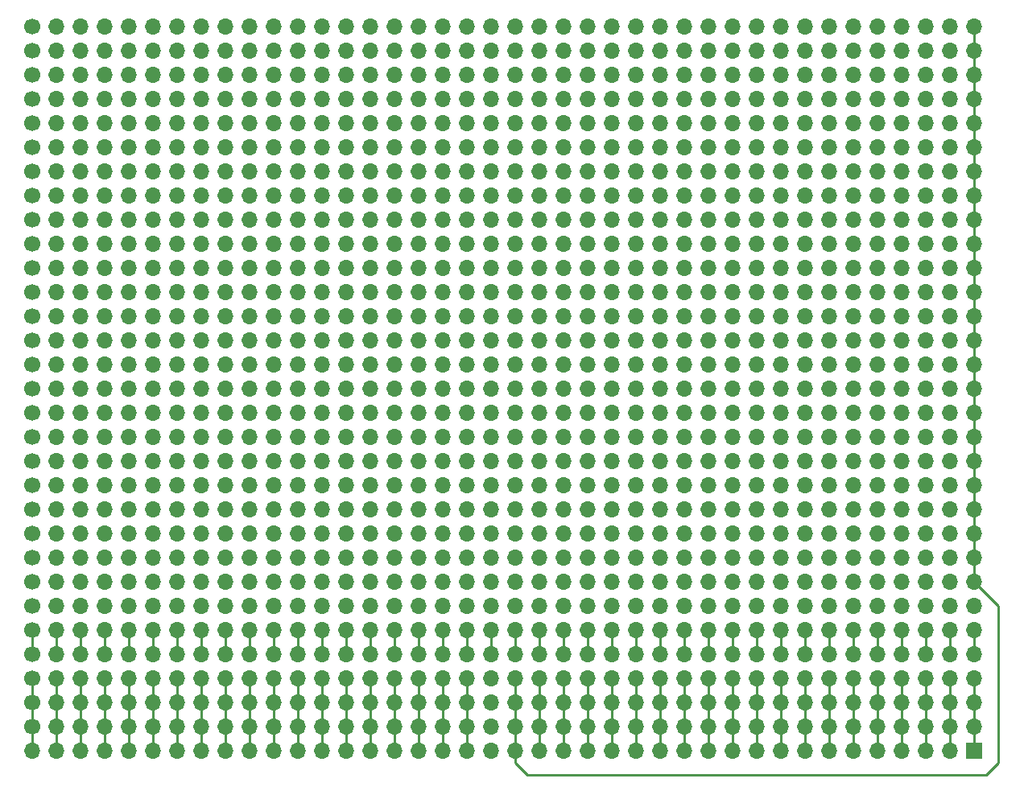
<source format=gbr>
%TF.GenerationSoftware,KiCad,Pcbnew,5.1.9+dfsg1-1*%
%TF.CreationDate,2021-08-13T18:22:45-07:00*%
%TF.ProjectId,Bus2021A_Protoboard,42757332-3032-4314-915f-50726f746f62,rev?*%
%TF.SameCoordinates,Original*%
%TF.FileFunction,Copper,L1,Top*%
%TF.FilePolarity,Positive*%
%FSLAX46Y46*%
G04 Gerber Fmt 4.6, Leading zero omitted, Abs format (unit mm)*
G04 Created by KiCad (PCBNEW 5.1.9+dfsg1-1) date 2021-08-13 18:22:45*
%MOMM*%
%LPD*%
G01*
G04 APERTURE LIST*
%TA.AperFunction,ComponentPad*%
%ADD10C,1.700000*%
%TD*%
%TA.AperFunction,ComponentPad*%
%ADD11O,1.700000X1.700000*%
%TD*%
%TA.AperFunction,ComponentPad*%
%ADD12R,1.700000X1.700000*%
%TD*%
%TA.AperFunction,Conductor*%
%ADD13C,0.250000*%
%TD*%
G04 APERTURE END LIST*
D10*
%TO.P,REF\u002A\u002A,1*%
%TO.N,N/C*%
X102870000Y-88900000D03*
D11*
%TO.P,REF\u002A\u002A,2*%
X105410000Y-88900000D03*
%TO.P,REF\u002A\u002A,3*%
X107950000Y-88900000D03*
%TO.P,REF\u002A\u002A,4*%
X110490000Y-88900000D03*
%TO.P,REF\u002A\u002A,5*%
X113030000Y-88900000D03*
%TO.P,REF\u002A\u002A,6*%
X115570000Y-88900000D03*
%TO.P,REF\u002A\u002A,7*%
X118110000Y-88900000D03*
%TO.P,REF\u002A\u002A,8*%
X120650000Y-88900000D03*
%TO.P,REF\u002A\u002A,9*%
X123190000Y-88900000D03*
%TO.P,REF\u002A\u002A,10*%
X125730000Y-88900000D03*
%TO.P,REF\u002A\u002A,11*%
X128270000Y-88900000D03*
%TO.P,REF\u002A\u002A,12*%
X130810000Y-88900000D03*
%TO.P,REF\u002A\u002A,13*%
X133350000Y-88900000D03*
%TO.P,REF\u002A\u002A,14*%
X135890000Y-88900000D03*
%TO.P,REF\u002A\u002A,15*%
X138430000Y-88900000D03*
%TO.P,REF\u002A\u002A,16*%
X140970000Y-88900000D03*
%TO.P,REF\u002A\u002A,17*%
X143510000Y-88900000D03*
%TO.P,REF\u002A\u002A,18*%
X146050000Y-88900000D03*
%TO.P,REF\u002A\u002A,19*%
X148590000Y-88900000D03*
%TO.P,REF\u002A\u002A,20*%
X151130000Y-88900000D03*
%TO.P,REF\u002A\u002A,21*%
X153670000Y-88900000D03*
%TO.P,REF\u002A\u002A,22*%
X156210000Y-88900000D03*
%TO.P,REF\u002A\u002A,23*%
X158750000Y-88900000D03*
%TO.P,REF\u002A\u002A,24*%
X161290000Y-88900000D03*
%TO.P,REF\u002A\u002A,25*%
X163830000Y-88900000D03*
%TO.P,REF\u002A\u002A,26*%
X166370000Y-88900000D03*
%TO.P,REF\u002A\u002A,27*%
X168910000Y-88900000D03*
%TO.P,REF\u002A\u002A,28*%
X171450000Y-88900000D03*
%TO.P,REF\u002A\u002A,29*%
X173990000Y-88900000D03*
%TO.P,REF\u002A\u002A,30*%
X176530000Y-88900000D03*
%TO.P,REF\u002A\u002A,31*%
X179070000Y-88900000D03*
%TO.P,REF\u002A\u002A,32*%
X181610000Y-88900000D03*
%TO.P,REF\u002A\u002A,33*%
X184150000Y-88900000D03*
%TO.P,REF\u002A\u002A,34*%
X186690000Y-88900000D03*
%TO.P,REF\u002A\u002A,35*%
X189230000Y-88900000D03*
%TO.P,REF\u002A\u002A,36*%
X191770000Y-88900000D03*
%TO.P,REF\u002A\u002A,37*%
X194310000Y-88900000D03*
%TO.P,REF\u002A\u002A,38*%
X196850000Y-88900000D03*
%TO.P,REF\u002A\u002A,39*%
X199390000Y-88900000D03*
%TO.P,REF\u002A\u002A,40*%
X201930000Y-88900000D03*
%TD*%
D10*
%TO.P,REF\u002A\u002A,1*%
%TO.N,N/C*%
X102870000Y-63500000D03*
D11*
%TO.P,REF\u002A\u002A,2*%
X105410000Y-63500000D03*
%TO.P,REF\u002A\u002A,3*%
X107950000Y-63500000D03*
%TO.P,REF\u002A\u002A,4*%
X110490000Y-63500000D03*
%TO.P,REF\u002A\u002A,5*%
X113030000Y-63500000D03*
%TO.P,REF\u002A\u002A,6*%
X115570000Y-63500000D03*
%TO.P,REF\u002A\u002A,7*%
X118110000Y-63500000D03*
%TO.P,REF\u002A\u002A,8*%
X120650000Y-63500000D03*
%TO.P,REF\u002A\u002A,9*%
X123190000Y-63500000D03*
%TO.P,REF\u002A\u002A,10*%
X125730000Y-63500000D03*
%TO.P,REF\u002A\u002A,11*%
X128270000Y-63500000D03*
%TO.P,REF\u002A\u002A,12*%
X130810000Y-63500000D03*
%TO.P,REF\u002A\u002A,13*%
X133350000Y-63500000D03*
%TO.P,REF\u002A\u002A,14*%
X135890000Y-63500000D03*
%TO.P,REF\u002A\u002A,15*%
X138430000Y-63500000D03*
%TO.P,REF\u002A\u002A,16*%
X140970000Y-63500000D03*
%TO.P,REF\u002A\u002A,17*%
X143510000Y-63500000D03*
%TO.P,REF\u002A\u002A,18*%
X146050000Y-63500000D03*
%TO.P,REF\u002A\u002A,19*%
X148590000Y-63500000D03*
%TO.P,REF\u002A\u002A,20*%
X151130000Y-63500000D03*
%TO.P,REF\u002A\u002A,21*%
X153670000Y-63500000D03*
%TO.P,REF\u002A\u002A,22*%
X156210000Y-63500000D03*
%TO.P,REF\u002A\u002A,23*%
X158750000Y-63500000D03*
%TO.P,REF\u002A\u002A,24*%
X161290000Y-63500000D03*
%TO.P,REF\u002A\u002A,25*%
X163830000Y-63500000D03*
%TO.P,REF\u002A\u002A,26*%
X166370000Y-63500000D03*
%TO.P,REF\u002A\u002A,27*%
X168910000Y-63500000D03*
%TO.P,REF\u002A\u002A,28*%
X171450000Y-63500000D03*
%TO.P,REF\u002A\u002A,29*%
X173990000Y-63500000D03*
%TO.P,REF\u002A\u002A,30*%
X176530000Y-63500000D03*
%TO.P,REF\u002A\u002A,31*%
X179070000Y-63500000D03*
%TO.P,REF\u002A\u002A,32*%
X181610000Y-63500000D03*
%TO.P,REF\u002A\u002A,33*%
X184150000Y-63500000D03*
%TO.P,REF\u002A\u002A,34*%
X186690000Y-63500000D03*
%TO.P,REF\u002A\u002A,35*%
X189230000Y-63500000D03*
%TO.P,REF\u002A\u002A,36*%
X191770000Y-63500000D03*
%TO.P,REF\u002A\u002A,37*%
X194310000Y-63500000D03*
%TO.P,REF\u002A\u002A,38*%
X196850000Y-63500000D03*
%TO.P,REF\u002A\u002A,39*%
X199390000Y-63500000D03*
%TO.P,REF\u002A\u002A,40*%
X201930000Y-63500000D03*
%TD*%
D10*
%TO.P,REF\u002A\u002A,1*%
%TO.N,N/C*%
X102870000Y-76200000D03*
D11*
%TO.P,REF\u002A\u002A,2*%
X105410000Y-76200000D03*
%TO.P,REF\u002A\u002A,3*%
X107950000Y-76200000D03*
%TO.P,REF\u002A\u002A,4*%
X110490000Y-76200000D03*
%TO.P,REF\u002A\u002A,5*%
X113030000Y-76200000D03*
%TO.P,REF\u002A\u002A,6*%
X115570000Y-76200000D03*
%TO.P,REF\u002A\u002A,7*%
X118110000Y-76200000D03*
%TO.P,REF\u002A\u002A,8*%
X120650000Y-76200000D03*
%TO.P,REF\u002A\u002A,9*%
X123190000Y-76200000D03*
%TO.P,REF\u002A\u002A,10*%
X125730000Y-76200000D03*
%TO.P,REF\u002A\u002A,11*%
X128270000Y-76200000D03*
%TO.P,REF\u002A\u002A,12*%
X130810000Y-76200000D03*
%TO.P,REF\u002A\u002A,13*%
X133350000Y-76200000D03*
%TO.P,REF\u002A\u002A,14*%
X135890000Y-76200000D03*
%TO.P,REF\u002A\u002A,15*%
X138430000Y-76200000D03*
%TO.P,REF\u002A\u002A,16*%
X140970000Y-76200000D03*
%TO.P,REF\u002A\u002A,17*%
X143510000Y-76200000D03*
%TO.P,REF\u002A\u002A,18*%
X146050000Y-76200000D03*
%TO.P,REF\u002A\u002A,19*%
X148590000Y-76200000D03*
%TO.P,REF\u002A\u002A,20*%
X151130000Y-76200000D03*
%TO.P,REF\u002A\u002A,21*%
X153670000Y-76200000D03*
%TO.P,REF\u002A\u002A,22*%
X156210000Y-76200000D03*
%TO.P,REF\u002A\u002A,23*%
X158750000Y-76200000D03*
%TO.P,REF\u002A\u002A,24*%
X161290000Y-76200000D03*
%TO.P,REF\u002A\u002A,25*%
X163830000Y-76200000D03*
%TO.P,REF\u002A\u002A,26*%
X166370000Y-76200000D03*
%TO.P,REF\u002A\u002A,27*%
X168910000Y-76200000D03*
%TO.P,REF\u002A\u002A,28*%
X171450000Y-76200000D03*
%TO.P,REF\u002A\u002A,29*%
X173990000Y-76200000D03*
%TO.P,REF\u002A\u002A,30*%
X176530000Y-76200000D03*
%TO.P,REF\u002A\u002A,31*%
X179070000Y-76200000D03*
%TO.P,REF\u002A\u002A,32*%
X181610000Y-76200000D03*
%TO.P,REF\u002A\u002A,33*%
X184150000Y-76200000D03*
%TO.P,REF\u002A\u002A,34*%
X186690000Y-76200000D03*
%TO.P,REF\u002A\u002A,35*%
X189230000Y-76200000D03*
%TO.P,REF\u002A\u002A,36*%
X191770000Y-76200000D03*
%TO.P,REF\u002A\u002A,37*%
X194310000Y-76200000D03*
%TO.P,REF\u002A\u002A,38*%
X196850000Y-76200000D03*
%TO.P,REF\u002A\u002A,39*%
X199390000Y-76200000D03*
%TO.P,REF\u002A\u002A,40*%
X201930000Y-76200000D03*
%TD*%
%TO.P,REF\u002A\u002A,40*%
%TO.N,N/C*%
X201930000Y-55880000D03*
%TO.P,REF\u002A\u002A,39*%
X199390000Y-55880000D03*
%TO.P,REF\u002A\u002A,38*%
X196850000Y-55880000D03*
%TO.P,REF\u002A\u002A,37*%
X194310000Y-55880000D03*
%TO.P,REF\u002A\u002A,36*%
X191770000Y-55880000D03*
%TO.P,REF\u002A\u002A,35*%
X189230000Y-55880000D03*
%TO.P,REF\u002A\u002A,34*%
X186690000Y-55880000D03*
%TO.P,REF\u002A\u002A,33*%
X184150000Y-55880000D03*
%TO.P,REF\u002A\u002A,32*%
X181610000Y-55880000D03*
%TO.P,REF\u002A\u002A,31*%
X179070000Y-55880000D03*
%TO.P,REF\u002A\u002A,30*%
X176530000Y-55880000D03*
%TO.P,REF\u002A\u002A,29*%
X173990000Y-55880000D03*
%TO.P,REF\u002A\u002A,28*%
X171450000Y-55880000D03*
%TO.P,REF\u002A\u002A,27*%
X168910000Y-55880000D03*
%TO.P,REF\u002A\u002A,26*%
X166370000Y-55880000D03*
%TO.P,REF\u002A\u002A,25*%
X163830000Y-55880000D03*
%TO.P,REF\u002A\u002A,24*%
X161290000Y-55880000D03*
%TO.P,REF\u002A\u002A,23*%
X158750000Y-55880000D03*
%TO.P,REF\u002A\u002A,22*%
X156210000Y-55880000D03*
%TO.P,REF\u002A\u002A,21*%
X153670000Y-55880000D03*
%TO.P,REF\u002A\u002A,20*%
X151130000Y-55880000D03*
%TO.P,REF\u002A\u002A,19*%
X148590000Y-55880000D03*
%TO.P,REF\u002A\u002A,18*%
X146050000Y-55880000D03*
%TO.P,REF\u002A\u002A,17*%
X143510000Y-55880000D03*
%TO.P,REF\u002A\u002A,16*%
X140970000Y-55880000D03*
%TO.P,REF\u002A\u002A,15*%
X138430000Y-55880000D03*
%TO.P,REF\u002A\u002A,14*%
X135890000Y-55880000D03*
%TO.P,REF\u002A\u002A,13*%
X133350000Y-55880000D03*
%TO.P,REF\u002A\u002A,12*%
X130810000Y-55880000D03*
%TO.P,REF\u002A\u002A,11*%
X128270000Y-55880000D03*
%TO.P,REF\u002A\u002A,10*%
X125730000Y-55880000D03*
%TO.P,REF\u002A\u002A,9*%
X123190000Y-55880000D03*
%TO.P,REF\u002A\u002A,8*%
X120650000Y-55880000D03*
%TO.P,REF\u002A\u002A,7*%
X118110000Y-55880000D03*
%TO.P,REF\u002A\u002A,6*%
X115570000Y-55880000D03*
%TO.P,REF\u002A\u002A,5*%
X113030000Y-55880000D03*
%TO.P,REF\u002A\u002A,4*%
X110490000Y-55880000D03*
%TO.P,REF\u002A\u002A,3*%
X107950000Y-55880000D03*
%TO.P,REF\u002A\u002A,2*%
X105410000Y-55880000D03*
D10*
%TO.P,REF\u002A\u002A,1*%
X102870000Y-55880000D03*
%TD*%
%TO.P,REF\u002A\u002A,1*%
%TO.N,N/C*%
X102870000Y-58420000D03*
D11*
%TO.P,REF\u002A\u002A,2*%
X105410000Y-58420000D03*
%TO.P,REF\u002A\u002A,3*%
X107950000Y-58420000D03*
%TO.P,REF\u002A\u002A,4*%
X110490000Y-58420000D03*
%TO.P,REF\u002A\u002A,5*%
X113030000Y-58420000D03*
%TO.P,REF\u002A\u002A,6*%
X115570000Y-58420000D03*
%TO.P,REF\u002A\u002A,7*%
X118110000Y-58420000D03*
%TO.P,REF\u002A\u002A,8*%
X120650000Y-58420000D03*
%TO.P,REF\u002A\u002A,9*%
X123190000Y-58420000D03*
%TO.P,REF\u002A\u002A,10*%
X125730000Y-58420000D03*
%TO.P,REF\u002A\u002A,11*%
X128270000Y-58420000D03*
%TO.P,REF\u002A\u002A,12*%
X130810000Y-58420000D03*
%TO.P,REF\u002A\u002A,13*%
X133350000Y-58420000D03*
%TO.P,REF\u002A\u002A,14*%
X135890000Y-58420000D03*
%TO.P,REF\u002A\u002A,15*%
X138430000Y-58420000D03*
%TO.P,REF\u002A\u002A,16*%
X140970000Y-58420000D03*
%TO.P,REF\u002A\u002A,17*%
X143510000Y-58420000D03*
%TO.P,REF\u002A\u002A,18*%
X146050000Y-58420000D03*
%TO.P,REF\u002A\u002A,19*%
X148590000Y-58420000D03*
%TO.P,REF\u002A\u002A,20*%
X151130000Y-58420000D03*
%TO.P,REF\u002A\u002A,21*%
X153670000Y-58420000D03*
%TO.P,REF\u002A\u002A,22*%
X156210000Y-58420000D03*
%TO.P,REF\u002A\u002A,23*%
X158750000Y-58420000D03*
%TO.P,REF\u002A\u002A,24*%
X161290000Y-58420000D03*
%TO.P,REF\u002A\u002A,25*%
X163830000Y-58420000D03*
%TO.P,REF\u002A\u002A,26*%
X166370000Y-58420000D03*
%TO.P,REF\u002A\u002A,27*%
X168910000Y-58420000D03*
%TO.P,REF\u002A\u002A,28*%
X171450000Y-58420000D03*
%TO.P,REF\u002A\u002A,29*%
X173990000Y-58420000D03*
%TO.P,REF\u002A\u002A,30*%
X176530000Y-58420000D03*
%TO.P,REF\u002A\u002A,31*%
X179070000Y-58420000D03*
%TO.P,REF\u002A\u002A,32*%
X181610000Y-58420000D03*
%TO.P,REF\u002A\u002A,33*%
X184150000Y-58420000D03*
%TO.P,REF\u002A\u002A,34*%
X186690000Y-58420000D03*
%TO.P,REF\u002A\u002A,35*%
X189230000Y-58420000D03*
%TO.P,REF\u002A\u002A,36*%
X191770000Y-58420000D03*
%TO.P,REF\u002A\u002A,37*%
X194310000Y-58420000D03*
%TO.P,REF\u002A\u002A,38*%
X196850000Y-58420000D03*
%TO.P,REF\u002A\u002A,39*%
X199390000Y-58420000D03*
%TO.P,REF\u002A\u002A,40*%
X201930000Y-58420000D03*
%TD*%
%TO.P,REF\u002A\u002A,40*%
%TO.N,N/C*%
X201930000Y-86360000D03*
%TO.P,REF\u002A\u002A,39*%
X199390000Y-86360000D03*
%TO.P,REF\u002A\u002A,38*%
X196850000Y-86360000D03*
%TO.P,REF\u002A\u002A,37*%
X194310000Y-86360000D03*
%TO.P,REF\u002A\u002A,36*%
X191770000Y-86360000D03*
%TO.P,REF\u002A\u002A,35*%
X189230000Y-86360000D03*
%TO.P,REF\u002A\u002A,34*%
X186690000Y-86360000D03*
%TO.P,REF\u002A\u002A,33*%
X184150000Y-86360000D03*
%TO.P,REF\u002A\u002A,32*%
X181610000Y-86360000D03*
%TO.P,REF\u002A\u002A,31*%
X179070000Y-86360000D03*
%TO.P,REF\u002A\u002A,30*%
X176530000Y-86360000D03*
%TO.P,REF\u002A\u002A,29*%
X173990000Y-86360000D03*
%TO.P,REF\u002A\u002A,28*%
X171450000Y-86360000D03*
%TO.P,REF\u002A\u002A,27*%
X168910000Y-86360000D03*
%TO.P,REF\u002A\u002A,26*%
X166370000Y-86360000D03*
%TO.P,REF\u002A\u002A,25*%
X163830000Y-86360000D03*
%TO.P,REF\u002A\u002A,24*%
X161290000Y-86360000D03*
%TO.P,REF\u002A\u002A,23*%
X158750000Y-86360000D03*
%TO.P,REF\u002A\u002A,22*%
X156210000Y-86360000D03*
%TO.P,REF\u002A\u002A,21*%
X153670000Y-86360000D03*
%TO.P,REF\u002A\u002A,20*%
X151130000Y-86360000D03*
%TO.P,REF\u002A\u002A,19*%
X148590000Y-86360000D03*
%TO.P,REF\u002A\u002A,18*%
X146050000Y-86360000D03*
%TO.P,REF\u002A\u002A,17*%
X143510000Y-86360000D03*
%TO.P,REF\u002A\u002A,16*%
X140970000Y-86360000D03*
%TO.P,REF\u002A\u002A,15*%
X138430000Y-86360000D03*
%TO.P,REF\u002A\u002A,14*%
X135890000Y-86360000D03*
%TO.P,REF\u002A\u002A,13*%
X133350000Y-86360000D03*
%TO.P,REF\u002A\u002A,12*%
X130810000Y-86360000D03*
%TO.P,REF\u002A\u002A,11*%
X128270000Y-86360000D03*
%TO.P,REF\u002A\u002A,10*%
X125730000Y-86360000D03*
%TO.P,REF\u002A\u002A,9*%
X123190000Y-86360000D03*
%TO.P,REF\u002A\u002A,8*%
X120650000Y-86360000D03*
%TO.P,REF\u002A\u002A,7*%
X118110000Y-86360000D03*
%TO.P,REF\u002A\u002A,6*%
X115570000Y-86360000D03*
%TO.P,REF\u002A\u002A,5*%
X113030000Y-86360000D03*
%TO.P,REF\u002A\u002A,4*%
X110490000Y-86360000D03*
%TO.P,REF\u002A\u002A,3*%
X107950000Y-86360000D03*
%TO.P,REF\u002A\u002A,2*%
X105410000Y-86360000D03*
D10*
%TO.P,REF\u002A\u002A,1*%
X102870000Y-86360000D03*
%TD*%
D11*
%TO.P,REF\u002A\u002A,40*%
%TO.N,N/C*%
X201930000Y-68580000D03*
%TO.P,REF\u002A\u002A,39*%
X199390000Y-68580000D03*
%TO.P,REF\u002A\u002A,38*%
X196850000Y-68580000D03*
%TO.P,REF\u002A\u002A,37*%
X194310000Y-68580000D03*
%TO.P,REF\u002A\u002A,36*%
X191770000Y-68580000D03*
%TO.P,REF\u002A\u002A,35*%
X189230000Y-68580000D03*
%TO.P,REF\u002A\u002A,34*%
X186690000Y-68580000D03*
%TO.P,REF\u002A\u002A,33*%
X184150000Y-68580000D03*
%TO.P,REF\u002A\u002A,32*%
X181610000Y-68580000D03*
%TO.P,REF\u002A\u002A,31*%
X179070000Y-68580000D03*
%TO.P,REF\u002A\u002A,30*%
X176530000Y-68580000D03*
%TO.P,REF\u002A\u002A,29*%
X173990000Y-68580000D03*
%TO.P,REF\u002A\u002A,28*%
X171450000Y-68580000D03*
%TO.P,REF\u002A\u002A,27*%
X168910000Y-68580000D03*
%TO.P,REF\u002A\u002A,26*%
X166370000Y-68580000D03*
%TO.P,REF\u002A\u002A,25*%
X163830000Y-68580000D03*
%TO.P,REF\u002A\u002A,24*%
X161290000Y-68580000D03*
%TO.P,REF\u002A\u002A,23*%
X158750000Y-68580000D03*
%TO.P,REF\u002A\u002A,22*%
X156210000Y-68580000D03*
%TO.P,REF\u002A\u002A,21*%
X153670000Y-68580000D03*
%TO.P,REF\u002A\u002A,20*%
X151130000Y-68580000D03*
%TO.P,REF\u002A\u002A,19*%
X148590000Y-68580000D03*
%TO.P,REF\u002A\u002A,18*%
X146050000Y-68580000D03*
%TO.P,REF\u002A\u002A,17*%
X143510000Y-68580000D03*
%TO.P,REF\u002A\u002A,16*%
X140970000Y-68580000D03*
%TO.P,REF\u002A\u002A,15*%
X138430000Y-68580000D03*
%TO.P,REF\u002A\u002A,14*%
X135890000Y-68580000D03*
%TO.P,REF\u002A\u002A,13*%
X133350000Y-68580000D03*
%TO.P,REF\u002A\u002A,12*%
X130810000Y-68580000D03*
%TO.P,REF\u002A\u002A,11*%
X128270000Y-68580000D03*
%TO.P,REF\u002A\u002A,10*%
X125730000Y-68580000D03*
%TO.P,REF\u002A\u002A,9*%
X123190000Y-68580000D03*
%TO.P,REF\u002A\u002A,8*%
X120650000Y-68580000D03*
%TO.P,REF\u002A\u002A,7*%
X118110000Y-68580000D03*
%TO.P,REF\u002A\u002A,6*%
X115570000Y-68580000D03*
%TO.P,REF\u002A\u002A,5*%
X113030000Y-68580000D03*
%TO.P,REF\u002A\u002A,4*%
X110490000Y-68580000D03*
%TO.P,REF\u002A\u002A,3*%
X107950000Y-68580000D03*
%TO.P,REF\u002A\u002A,2*%
X105410000Y-68580000D03*
D10*
%TO.P,REF\u002A\u002A,1*%
X102870000Y-68580000D03*
%TD*%
D11*
%TO.P,REF\u002A\u002A,40*%
%TO.N,N/C*%
X201930000Y-60960000D03*
%TO.P,REF\u002A\u002A,39*%
X199390000Y-60960000D03*
%TO.P,REF\u002A\u002A,38*%
X196850000Y-60960000D03*
%TO.P,REF\u002A\u002A,37*%
X194310000Y-60960000D03*
%TO.P,REF\u002A\u002A,36*%
X191770000Y-60960000D03*
%TO.P,REF\u002A\u002A,35*%
X189230000Y-60960000D03*
%TO.P,REF\u002A\u002A,34*%
X186690000Y-60960000D03*
%TO.P,REF\u002A\u002A,33*%
X184150000Y-60960000D03*
%TO.P,REF\u002A\u002A,32*%
X181610000Y-60960000D03*
%TO.P,REF\u002A\u002A,31*%
X179070000Y-60960000D03*
%TO.P,REF\u002A\u002A,30*%
X176530000Y-60960000D03*
%TO.P,REF\u002A\u002A,29*%
X173990000Y-60960000D03*
%TO.P,REF\u002A\u002A,28*%
X171450000Y-60960000D03*
%TO.P,REF\u002A\u002A,27*%
X168910000Y-60960000D03*
%TO.P,REF\u002A\u002A,26*%
X166370000Y-60960000D03*
%TO.P,REF\u002A\u002A,25*%
X163830000Y-60960000D03*
%TO.P,REF\u002A\u002A,24*%
X161290000Y-60960000D03*
%TO.P,REF\u002A\u002A,23*%
X158750000Y-60960000D03*
%TO.P,REF\u002A\u002A,22*%
X156210000Y-60960000D03*
%TO.P,REF\u002A\u002A,21*%
X153670000Y-60960000D03*
%TO.P,REF\u002A\u002A,20*%
X151130000Y-60960000D03*
%TO.P,REF\u002A\u002A,19*%
X148590000Y-60960000D03*
%TO.P,REF\u002A\u002A,18*%
X146050000Y-60960000D03*
%TO.P,REF\u002A\u002A,17*%
X143510000Y-60960000D03*
%TO.P,REF\u002A\u002A,16*%
X140970000Y-60960000D03*
%TO.P,REF\u002A\u002A,15*%
X138430000Y-60960000D03*
%TO.P,REF\u002A\u002A,14*%
X135890000Y-60960000D03*
%TO.P,REF\u002A\u002A,13*%
X133350000Y-60960000D03*
%TO.P,REF\u002A\u002A,12*%
X130810000Y-60960000D03*
%TO.P,REF\u002A\u002A,11*%
X128270000Y-60960000D03*
%TO.P,REF\u002A\u002A,10*%
X125730000Y-60960000D03*
%TO.P,REF\u002A\u002A,9*%
X123190000Y-60960000D03*
%TO.P,REF\u002A\u002A,8*%
X120650000Y-60960000D03*
%TO.P,REF\u002A\u002A,7*%
X118110000Y-60960000D03*
%TO.P,REF\u002A\u002A,6*%
X115570000Y-60960000D03*
%TO.P,REF\u002A\u002A,5*%
X113030000Y-60960000D03*
%TO.P,REF\u002A\u002A,4*%
X110490000Y-60960000D03*
%TO.P,REF\u002A\u002A,3*%
X107950000Y-60960000D03*
%TO.P,REF\u002A\u002A,2*%
X105410000Y-60960000D03*
D10*
%TO.P,REF\u002A\u002A,1*%
X102870000Y-60960000D03*
%TD*%
%TO.P,REF\u002A\u002A,1*%
%TO.N,N/C*%
X102870000Y-73660000D03*
D11*
%TO.P,REF\u002A\u002A,2*%
X105410000Y-73660000D03*
%TO.P,REF\u002A\u002A,3*%
X107950000Y-73660000D03*
%TO.P,REF\u002A\u002A,4*%
X110490000Y-73660000D03*
%TO.P,REF\u002A\u002A,5*%
X113030000Y-73660000D03*
%TO.P,REF\u002A\u002A,6*%
X115570000Y-73660000D03*
%TO.P,REF\u002A\u002A,7*%
X118110000Y-73660000D03*
%TO.P,REF\u002A\u002A,8*%
X120650000Y-73660000D03*
%TO.P,REF\u002A\u002A,9*%
X123190000Y-73660000D03*
%TO.P,REF\u002A\u002A,10*%
X125730000Y-73660000D03*
%TO.P,REF\u002A\u002A,11*%
X128270000Y-73660000D03*
%TO.P,REF\u002A\u002A,12*%
X130810000Y-73660000D03*
%TO.P,REF\u002A\u002A,13*%
X133350000Y-73660000D03*
%TO.P,REF\u002A\u002A,14*%
X135890000Y-73660000D03*
%TO.P,REF\u002A\u002A,15*%
X138430000Y-73660000D03*
%TO.P,REF\u002A\u002A,16*%
X140970000Y-73660000D03*
%TO.P,REF\u002A\u002A,17*%
X143510000Y-73660000D03*
%TO.P,REF\u002A\u002A,18*%
X146050000Y-73660000D03*
%TO.P,REF\u002A\u002A,19*%
X148590000Y-73660000D03*
%TO.P,REF\u002A\u002A,20*%
X151130000Y-73660000D03*
%TO.P,REF\u002A\u002A,21*%
X153670000Y-73660000D03*
%TO.P,REF\u002A\u002A,22*%
X156210000Y-73660000D03*
%TO.P,REF\u002A\u002A,23*%
X158750000Y-73660000D03*
%TO.P,REF\u002A\u002A,24*%
X161290000Y-73660000D03*
%TO.P,REF\u002A\u002A,25*%
X163830000Y-73660000D03*
%TO.P,REF\u002A\u002A,26*%
X166370000Y-73660000D03*
%TO.P,REF\u002A\u002A,27*%
X168910000Y-73660000D03*
%TO.P,REF\u002A\u002A,28*%
X171450000Y-73660000D03*
%TO.P,REF\u002A\u002A,29*%
X173990000Y-73660000D03*
%TO.P,REF\u002A\u002A,30*%
X176530000Y-73660000D03*
%TO.P,REF\u002A\u002A,31*%
X179070000Y-73660000D03*
%TO.P,REF\u002A\u002A,32*%
X181610000Y-73660000D03*
%TO.P,REF\u002A\u002A,33*%
X184150000Y-73660000D03*
%TO.P,REF\u002A\u002A,34*%
X186690000Y-73660000D03*
%TO.P,REF\u002A\u002A,35*%
X189230000Y-73660000D03*
%TO.P,REF\u002A\u002A,36*%
X191770000Y-73660000D03*
%TO.P,REF\u002A\u002A,37*%
X194310000Y-73660000D03*
%TO.P,REF\u002A\u002A,38*%
X196850000Y-73660000D03*
%TO.P,REF\u002A\u002A,39*%
X199390000Y-73660000D03*
%TO.P,REF\u002A\u002A,40*%
X201930000Y-73660000D03*
%TD*%
%TO.P,REF\u002A\u002A,40*%
%TO.N,N/C*%
X201930000Y-83820000D03*
%TO.P,REF\u002A\u002A,39*%
X199390000Y-83820000D03*
%TO.P,REF\u002A\u002A,38*%
X196850000Y-83820000D03*
%TO.P,REF\u002A\u002A,37*%
X194310000Y-83820000D03*
%TO.P,REF\u002A\u002A,36*%
X191770000Y-83820000D03*
%TO.P,REF\u002A\u002A,35*%
X189230000Y-83820000D03*
%TO.P,REF\u002A\u002A,34*%
X186690000Y-83820000D03*
%TO.P,REF\u002A\u002A,33*%
X184150000Y-83820000D03*
%TO.P,REF\u002A\u002A,32*%
X181610000Y-83820000D03*
%TO.P,REF\u002A\u002A,31*%
X179070000Y-83820000D03*
%TO.P,REF\u002A\u002A,30*%
X176530000Y-83820000D03*
%TO.P,REF\u002A\u002A,29*%
X173990000Y-83820000D03*
%TO.P,REF\u002A\u002A,28*%
X171450000Y-83820000D03*
%TO.P,REF\u002A\u002A,27*%
X168910000Y-83820000D03*
%TO.P,REF\u002A\u002A,26*%
X166370000Y-83820000D03*
%TO.P,REF\u002A\u002A,25*%
X163830000Y-83820000D03*
%TO.P,REF\u002A\u002A,24*%
X161290000Y-83820000D03*
%TO.P,REF\u002A\u002A,23*%
X158750000Y-83820000D03*
%TO.P,REF\u002A\u002A,22*%
X156210000Y-83820000D03*
%TO.P,REF\u002A\u002A,21*%
X153670000Y-83820000D03*
%TO.P,REF\u002A\u002A,20*%
X151130000Y-83820000D03*
%TO.P,REF\u002A\u002A,19*%
X148590000Y-83820000D03*
%TO.P,REF\u002A\u002A,18*%
X146050000Y-83820000D03*
%TO.P,REF\u002A\u002A,17*%
X143510000Y-83820000D03*
%TO.P,REF\u002A\u002A,16*%
X140970000Y-83820000D03*
%TO.P,REF\u002A\u002A,15*%
X138430000Y-83820000D03*
%TO.P,REF\u002A\u002A,14*%
X135890000Y-83820000D03*
%TO.P,REF\u002A\u002A,13*%
X133350000Y-83820000D03*
%TO.P,REF\u002A\u002A,12*%
X130810000Y-83820000D03*
%TO.P,REF\u002A\u002A,11*%
X128270000Y-83820000D03*
%TO.P,REF\u002A\u002A,10*%
X125730000Y-83820000D03*
%TO.P,REF\u002A\u002A,9*%
X123190000Y-83820000D03*
%TO.P,REF\u002A\u002A,8*%
X120650000Y-83820000D03*
%TO.P,REF\u002A\u002A,7*%
X118110000Y-83820000D03*
%TO.P,REF\u002A\u002A,6*%
X115570000Y-83820000D03*
%TO.P,REF\u002A\u002A,5*%
X113030000Y-83820000D03*
%TO.P,REF\u002A\u002A,4*%
X110490000Y-83820000D03*
%TO.P,REF\u002A\u002A,3*%
X107950000Y-83820000D03*
%TO.P,REF\u002A\u002A,2*%
X105410000Y-83820000D03*
D10*
%TO.P,REF\u002A\u002A,1*%
X102870000Y-83820000D03*
%TD*%
%TO.P,REF\u002A\u002A,1*%
%TO.N,N/C*%
X102870000Y-81280000D03*
D11*
%TO.P,REF\u002A\u002A,2*%
X105410000Y-81280000D03*
%TO.P,REF\u002A\u002A,3*%
X107950000Y-81280000D03*
%TO.P,REF\u002A\u002A,4*%
X110490000Y-81280000D03*
%TO.P,REF\u002A\u002A,5*%
X113030000Y-81280000D03*
%TO.P,REF\u002A\u002A,6*%
X115570000Y-81280000D03*
%TO.P,REF\u002A\u002A,7*%
X118110000Y-81280000D03*
%TO.P,REF\u002A\u002A,8*%
X120650000Y-81280000D03*
%TO.P,REF\u002A\u002A,9*%
X123190000Y-81280000D03*
%TO.P,REF\u002A\u002A,10*%
X125730000Y-81280000D03*
%TO.P,REF\u002A\u002A,11*%
X128270000Y-81280000D03*
%TO.P,REF\u002A\u002A,12*%
X130810000Y-81280000D03*
%TO.P,REF\u002A\u002A,13*%
X133350000Y-81280000D03*
%TO.P,REF\u002A\u002A,14*%
X135890000Y-81280000D03*
%TO.P,REF\u002A\u002A,15*%
X138430000Y-81280000D03*
%TO.P,REF\u002A\u002A,16*%
X140970000Y-81280000D03*
%TO.P,REF\u002A\u002A,17*%
X143510000Y-81280000D03*
%TO.P,REF\u002A\u002A,18*%
X146050000Y-81280000D03*
%TO.P,REF\u002A\u002A,19*%
X148590000Y-81280000D03*
%TO.P,REF\u002A\u002A,20*%
X151130000Y-81280000D03*
%TO.P,REF\u002A\u002A,21*%
X153670000Y-81280000D03*
%TO.P,REF\u002A\u002A,22*%
X156210000Y-81280000D03*
%TO.P,REF\u002A\u002A,23*%
X158750000Y-81280000D03*
%TO.P,REF\u002A\u002A,24*%
X161290000Y-81280000D03*
%TO.P,REF\u002A\u002A,25*%
X163830000Y-81280000D03*
%TO.P,REF\u002A\u002A,26*%
X166370000Y-81280000D03*
%TO.P,REF\u002A\u002A,27*%
X168910000Y-81280000D03*
%TO.P,REF\u002A\u002A,28*%
X171450000Y-81280000D03*
%TO.P,REF\u002A\u002A,29*%
X173990000Y-81280000D03*
%TO.P,REF\u002A\u002A,30*%
X176530000Y-81280000D03*
%TO.P,REF\u002A\u002A,31*%
X179070000Y-81280000D03*
%TO.P,REF\u002A\u002A,32*%
X181610000Y-81280000D03*
%TO.P,REF\u002A\u002A,33*%
X184150000Y-81280000D03*
%TO.P,REF\u002A\u002A,34*%
X186690000Y-81280000D03*
%TO.P,REF\u002A\u002A,35*%
X189230000Y-81280000D03*
%TO.P,REF\u002A\u002A,36*%
X191770000Y-81280000D03*
%TO.P,REF\u002A\u002A,37*%
X194310000Y-81280000D03*
%TO.P,REF\u002A\u002A,38*%
X196850000Y-81280000D03*
%TO.P,REF\u002A\u002A,39*%
X199390000Y-81280000D03*
%TO.P,REF\u002A\u002A,40*%
X201930000Y-81280000D03*
%TD*%
%TO.P,REF\u002A\u002A,40*%
%TO.N,N/C*%
X201930000Y-71120000D03*
%TO.P,REF\u002A\u002A,39*%
X199390000Y-71120000D03*
%TO.P,REF\u002A\u002A,38*%
X196850000Y-71120000D03*
%TO.P,REF\u002A\u002A,37*%
X194310000Y-71120000D03*
%TO.P,REF\u002A\u002A,36*%
X191770000Y-71120000D03*
%TO.P,REF\u002A\u002A,35*%
X189230000Y-71120000D03*
%TO.P,REF\u002A\u002A,34*%
X186690000Y-71120000D03*
%TO.P,REF\u002A\u002A,33*%
X184150000Y-71120000D03*
%TO.P,REF\u002A\u002A,32*%
X181610000Y-71120000D03*
%TO.P,REF\u002A\u002A,31*%
X179070000Y-71120000D03*
%TO.P,REF\u002A\u002A,30*%
X176530000Y-71120000D03*
%TO.P,REF\u002A\u002A,29*%
X173990000Y-71120000D03*
%TO.P,REF\u002A\u002A,28*%
X171450000Y-71120000D03*
%TO.P,REF\u002A\u002A,27*%
X168910000Y-71120000D03*
%TO.P,REF\u002A\u002A,26*%
X166370000Y-71120000D03*
%TO.P,REF\u002A\u002A,25*%
X163830000Y-71120000D03*
%TO.P,REF\u002A\u002A,24*%
X161290000Y-71120000D03*
%TO.P,REF\u002A\u002A,23*%
X158750000Y-71120000D03*
%TO.P,REF\u002A\u002A,22*%
X156210000Y-71120000D03*
%TO.P,REF\u002A\u002A,21*%
X153670000Y-71120000D03*
%TO.P,REF\u002A\u002A,20*%
X151130000Y-71120000D03*
%TO.P,REF\u002A\u002A,19*%
X148590000Y-71120000D03*
%TO.P,REF\u002A\u002A,18*%
X146050000Y-71120000D03*
%TO.P,REF\u002A\u002A,17*%
X143510000Y-71120000D03*
%TO.P,REF\u002A\u002A,16*%
X140970000Y-71120000D03*
%TO.P,REF\u002A\u002A,15*%
X138430000Y-71120000D03*
%TO.P,REF\u002A\u002A,14*%
X135890000Y-71120000D03*
%TO.P,REF\u002A\u002A,13*%
X133350000Y-71120000D03*
%TO.P,REF\u002A\u002A,12*%
X130810000Y-71120000D03*
%TO.P,REF\u002A\u002A,11*%
X128270000Y-71120000D03*
%TO.P,REF\u002A\u002A,10*%
X125730000Y-71120000D03*
%TO.P,REF\u002A\u002A,9*%
X123190000Y-71120000D03*
%TO.P,REF\u002A\u002A,8*%
X120650000Y-71120000D03*
%TO.P,REF\u002A\u002A,7*%
X118110000Y-71120000D03*
%TO.P,REF\u002A\u002A,6*%
X115570000Y-71120000D03*
%TO.P,REF\u002A\u002A,5*%
X113030000Y-71120000D03*
%TO.P,REF\u002A\u002A,4*%
X110490000Y-71120000D03*
%TO.P,REF\u002A\u002A,3*%
X107950000Y-71120000D03*
%TO.P,REF\u002A\u002A,2*%
X105410000Y-71120000D03*
D10*
%TO.P,REF\u002A\u002A,1*%
X102870000Y-71120000D03*
%TD*%
%TO.P,REF\u002A\u002A,1*%
%TO.N,N/C*%
X102870000Y-66040000D03*
D11*
%TO.P,REF\u002A\u002A,2*%
X105410000Y-66040000D03*
%TO.P,REF\u002A\u002A,3*%
X107950000Y-66040000D03*
%TO.P,REF\u002A\u002A,4*%
X110490000Y-66040000D03*
%TO.P,REF\u002A\u002A,5*%
X113030000Y-66040000D03*
%TO.P,REF\u002A\u002A,6*%
X115570000Y-66040000D03*
%TO.P,REF\u002A\u002A,7*%
X118110000Y-66040000D03*
%TO.P,REF\u002A\u002A,8*%
X120650000Y-66040000D03*
%TO.P,REF\u002A\u002A,9*%
X123190000Y-66040000D03*
%TO.P,REF\u002A\u002A,10*%
X125730000Y-66040000D03*
%TO.P,REF\u002A\u002A,11*%
X128270000Y-66040000D03*
%TO.P,REF\u002A\u002A,12*%
X130810000Y-66040000D03*
%TO.P,REF\u002A\u002A,13*%
X133350000Y-66040000D03*
%TO.P,REF\u002A\u002A,14*%
X135890000Y-66040000D03*
%TO.P,REF\u002A\u002A,15*%
X138430000Y-66040000D03*
%TO.P,REF\u002A\u002A,16*%
X140970000Y-66040000D03*
%TO.P,REF\u002A\u002A,17*%
X143510000Y-66040000D03*
%TO.P,REF\u002A\u002A,18*%
X146050000Y-66040000D03*
%TO.P,REF\u002A\u002A,19*%
X148590000Y-66040000D03*
%TO.P,REF\u002A\u002A,20*%
X151130000Y-66040000D03*
%TO.P,REF\u002A\u002A,21*%
X153670000Y-66040000D03*
%TO.P,REF\u002A\u002A,22*%
X156210000Y-66040000D03*
%TO.P,REF\u002A\u002A,23*%
X158750000Y-66040000D03*
%TO.P,REF\u002A\u002A,24*%
X161290000Y-66040000D03*
%TO.P,REF\u002A\u002A,25*%
X163830000Y-66040000D03*
%TO.P,REF\u002A\u002A,26*%
X166370000Y-66040000D03*
%TO.P,REF\u002A\u002A,27*%
X168910000Y-66040000D03*
%TO.P,REF\u002A\u002A,28*%
X171450000Y-66040000D03*
%TO.P,REF\u002A\u002A,29*%
X173990000Y-66040000D03*
%TO.P,REF\u002A\u002A,30*%
X176530000Y-66040000D03*
%TO.P,REF\u002A\u002A,31*%
X179070000Y-66040000D03*
%TO.P,REF\u002A\u002A,32*%
X181610000Y-66040000D03*
%TO.P,REF\u002A\u002A,33*%
X184150000Y-66040000D03*
%TO.P,REF\u002A\u002A,34*%
X186690000Y-66040000D03*
%TO.P,REF\u002A\u002A,35*%
X189230000Y-66040000D03*
%TO.P,REF\u002A\u002A,36*%
X191770000Y-66040000D03*
%TO.P,REF\u002A\u002A,37*%
X194310000Y-66040000D03*
%TO.P,REF\u002A\u002A,38*%
X196850000Y-66040000D03*
%TO.P,REF\u002A\u002A,39*%
X199390000Y-66040000D03*
%TO.P,REF\u002A\u002A,40*%
X201930000Y-66040000D03*
%TD*%
%TO.P,REF\u002A\u002A,40*%
%TO.N,N/C*%
X201930000Y-78740000D03*
%TO.P,REF\u002A\u002A,39*%
X199390000Y-78740000D03*
%TO.P,REF\u002A\u002A,38*%
X196850000Y-78740000D03*
%TO.P,REF\u002A\u002A,37*%
X194310000Y-78740000D03*
%TO.P,REF\u002A\u002A,36*%
X191770000Y-78740000D03*
%TO.P,REF\u002A\u002A,35*%
X189230000Y-78740000D03*
%TO.P,REF\u002A\u002A,34*%
X186690000Y-78740000D03*
%TO.P,REF\u002A\u002A,33*%
X184150000Y-78740000D03*
%TO.P,REF\u002A\u002A,32*%
X181610000Y-78740000D03*
%TO.P,REF\u002A\u002A,31*%
X179070000Y-78740000D03*
%TO.P,REF\u002A\u002A,30*%
X176530000Y-78740000D03*
%TO.P,REF\u002A\u002A,29*%
X173990000Y-78740000D03*
%TO.P,REF\u002A\u002A,28*%
X171450000Y-78740000D03*
%TO.P,REF\u002A\u002A,27*%
X168910000Y-78740000D03*
%TO.P,REF\u002A\u002A,26*%
X166370000Y-78740000D03*
%TO.P,REF\u002A\u002A,25*%
X163830000Y-78740000D03*
%TO.P,REF\u002A\u002A,24*%
X161290000Y-78740000D03*
%TO.P,REF\u002A\u002A,23*%
X158750000Y-78740000D03*
%TO.P,REF\u002A\u002A,22*%
X156210000Y-78740000D03*
%TO.P,REF\u002A\u002A,21*%
X153670000Y-78740000D03*
%TO.P,REF\u002A\u002A,20*%
X151130000Y-78740000D03*
%TO.P,REF\u002A\u002A,19*%
X148590000Y-78740000D03*
%TO.P,REF\u002A\u002A,18*%
X146050000Y-78740000D03*
%TO.P,REF\u002A\u002A,17*%
X143510000Y-78740000D03*
%TO.P,REF\u002A\u002A,16*%
X140970000Y-78740000D03*
%TO.P,REF\u002A\u002A,15*%
X138430000Y-78740000D03*
%TO.P,REF\u002A\u002A,14*%
X135890000Y-78740000D03*
%TO.P,REF\u002A\u002A,13*%
X133350000Y-78740000D03*
%TO.P,REF\u002A\u002A,12*%
X130810000Y-78740000D03*
%TO.P,REF\u002A\u002A,11*%
X128270000Y-78740000D03*
%TO.P,REF\u002A\u002A,10*%
X125730000Y-78740000D03*
%TO.P,REF\u002A\u002A,9*%
X123190000Y-78740000D03*
%TO.P,REF\u002A\u002A,8*%
X120650000Y-78740000D03*
%TO.P,REF\u002A\u002A,7*%
X118110000Y-78740000D03*
%TO.P,REF\u002A\u002A,6*%
X115570000Y-78740000D03*
%TO.P,REF\u002A\u002A,5*%
X113030000Y-78740000D03*
%TO.P,REF\u002A\u002A,4*%
X110490000Y-78740000D03*
%TO.P,REF\u002A\u002A,3*%
X107950000Y-78740000D03*
%TO.P,REF\u002A\u002A,2*%
X105410000Y-78740000D03*
D10*
%TO.P,REF\u002A\u002A,1*%
X102870000Y-78740000D03*
%TD*%
%TO.P,REF\u002A\u002A,1*%
%TO.N,N/C*%
X102870000Y-109220000D03*
D11*
%TO.P,REF\u002A\u002A,2*%
X105410000Y-109220000D03*
%TO.P,REF\u002A\u002A,3*%
X107950000Y-109220000D03*
%TO.P,REF\u002A\u002A,4*%
X110490000Y-109220000D03*
%TO.P,REF\u002A\u002A,5*%
X113030000Y-109220000D03*
%TO.P,REF\u002A\u002A,6*%
X115570000Y-109220000D03*
%TO.P,REF\u002A\u002A,7*%
X118110000Y-109220000D03*
%TO.P,REF\u002A\u002A,8*%
X120650000Y-109220000D03*
%TO.P,REF\u002A\u002A,9*%
X123190000Y-109220000D03*
%TO.P,REF\u002A\u002A,10*%
X125730000Y-109220000D03*
%TO.P,REF\u002A\u002A,11*%
X128270000Y-109220000D03*
%TO.P,REF\u002A\u002A,12*%
X130810000Y-109220000D03*
%TO.P,REF\u002A\u002A,13*%
X133350000Y-109220000D03*
%TO.P,REF\u002A\u002A,14*%
X135890000Y-109220000D03*
%TO.P,REF\u002A\u002A,15*%
X138430000Y-109220000D03*
%TO.P,REF\u002A\u002A,16*%
X140970000Y-109220000D03*
%TO.P,REF\u002A\u002A,17*%
X143510000Y-109220000D03*
%TO.P,REF\u002A\u002A,18*%
X146050000Y-109220000D03*
%TO.P,REF\u002A\u002A,19*%
X148590000Y-109220000D03*
%TO.P,REF\u002A\u002A,20*%
X151130000Y-109220000D03*
%TO.P,REF\u002A\u002A,21*%
X153670000Y-109220000D03*
%TO.P,REF\u002A\u002A,22*%
X156210000Y-109220000D03*
%TO.P,REF\u002A\u002A,23*%
X158750000Y-109220000D03*
%TO.P,REF\u002A\u002A,24*%
X161290000Y-109220000D03*
%TO.P,REF\u002A\u002A,25*%
X163830000Y-109220000D03*
%TO.P,REF\u002A\u002A,26*%
X166370000Y-109220000D03*
%TO.P,REF\u002A\u002A,27*%
X168910000Y-109220000D03*
%TO.P,REF\u002A\u002A,28*%
X171450000Y-109220000D03*
%TO.P,REF\u002A\u002A,29*%
X173990000Y-109220000D03*
%TO.P,REF\u002A\u002A,30*%
X176530000Y-109220000D03*
%TO.P,REF\u002A\u002A,31*%
X179070000Y-109220000D03*
%TO.P,REF\u002A\u002A,32*%
X181610000Y-109220000D03*
%TO.P,REF\u002A\u002A,33*%
X184150000Y-109220000D03*
%TO.P,REF\u002A\u002A,34*%
X186690000Y-109220000D03*
%TO.P,REF\u002A\u002A,35*%
X189230000Y-109220000D03*
%TO.P,REF\u002A\u002A,36*%
X191770000Y-109220000D03*
%TO.P,REF\u002A\u002A,37*%
X194310000Y-109220000D03*
%TO.P,REF\u002A\u002A,38*%
X196850000Y-109220000D03*
%TO.P,REF\u002A\u002A,39*%
X199390000Y-109220000D03*
%TO.P,REF\u002A\u002A,40*%
X201930000Y-109220000D03*
%TD*%
D10*
%TO.P,REF\u002A\u002A,1*%
%TO.N,N/C*%
X102870000Y-96520000D03*
D11*
%TO.P,REF\u002A\u002A,2*%
X105410000Y-96520000D03*
%TO.P,REF\u002A\u002A,3*%
X107950000Y-96520000D03*
%TO.P,REF\u002A\u002A,4*%
X110490000Y-96520000D03*
%TO.P,REF\u002A\u002A,5*%
X113030000Y-96520000D03*
%TO.P,REF\u002A\u002A,6*%
X115570000Y-96520000D03*
%TO.P,REF\u002A\u002A,7*%
X118110000Y-96520000D03*
%TO.P,REF\u002A\u002A,8*%
X120650000Y-96520000D03*
%TO.P,REF\u002A\u002A,9*%
X123190000Y-96520000D03*
%TO.P,REF\u002A\u002A,10*%
X125730000Y-96520000D03*
%TO.P,REF\u002A\u002A,11*%
X128270000Y-96520000D03*
%TO.P,REF\u002A\u002A,12*%
X130810000Y-96520000D03*
%TO.P,REF\u002A\u002A,13*%
X133350000Y-96520000D03*
%TO.P,REF\u002A\u002A,14*%
X135890000Y-96520000D03*
%TO.P,REF\u002A\u002A,15*%
X138430000Y-96520000D03*
%TO.P,REF\u002A\u002A,16*%
X140970000Y-96520000D03*
%TO.P,REF\u002A\u002A,17*%
X143510000Y-96520000D03*
%TO.P,REF\u002A\u002A,18*%
X146050000Y-96520000D03*
%TO.P,REF\u002A\u002A,19*%
X148590000Y-96520000D03*
%TO.P,REF\u002A\u002A,20*%
X151130000Y-96520000D03*
%TO.P,REF\u002A\u002A,21*%
X153670000Y-96520000D03*
%TO.P,REF\u002A\u002A,22*%
X156210000Y-96520000D03*
%TO.P,REF\u002A\u002A,23*%
X158750000Y-96520000D03*
%TO.P,REF\u002A\u002A,24*%
X161290000Y-96520000D03*
%TO.P,REF\u002A\u002A,25*%
X163830000Y-96520000D03*
%TO.P,REF\u002A\u002A,26*%
X166370000Y-96520000D03*
%TO.P,REF\u002A\u002A,27*%
X168910000Y-96520000D03*
%TO.P,REF\u002A\u002A,28*%
X171450000Y-96520000D03*
%TO.P,REF\u002A\u002A,29*%
X173990000Y-96520000D03*
%TO.P,REF\u002A\u002A,30*%
X176530000Y-96520000D03*
%TO.P,REF\u002A\u002A,31*%
X179070000Y-96520000D03*
%TO.P,REF\u002A\u002A,32*%
X181610000Y-96520000D03*
%TO.P,REF\u002A\u002A,33*%
X184150000Y-96520000D03*
%TO.P,REF\u002A\u002A,34*%
X186690000Y-96520000D03*
%TO.P,REF\u002A\u002A,35*%
X189230000Y-96520000D03*
%TO.P,REF\u002A\u002A,36*%
X191770000Y-96520000D03*
%TO.P,REF\u002A\u002A,37*%
X194310000Y-96520000D03*
%TO.P,REF\u002A\u002A,38*%
X196850000Y-96520000D03*
%TO.P,REF\u002A\u002A,39*%
X199390000Y-96520000D03*
%TO.P,REF\u002A\u002A,40*%
X201930000Y-96520000D03*
%TD*%
%TO.P,REF\u002A\u002A,40*%
%TO.N,N/C*%
X201930000Y-106680000D03*
%TO.P,REF\u002A\u002A,39*%
X199390000Y-106680000D03*
%TO.P,REF\u002A\u002A,38*%
X196850000Y-106680000D03*
%TO.P,REF\u002A\u002A,37*%
X194310000Y-106680000D03*
%TO.P,REF\u002A\u002A,36*%
X191770000Y-106680000D03*
%TO.P,REF\u002A\u002A,35*%
X189230000Y-106680000D03*
%TO.P,REF\u002A\u002A,34*%
X186690000Y-106680000D03*
%TO.P,REF\u002A\u002A,33*%
X184150000Y-106680000D03*
%TO.P,REF\u002A\u002A,32*%
X181610000Y-106680000D03*
%TO.P,REF\u002A\u002A,31*%
X179070000Y-106680000D03*
%TO.P,REF\u002A\u002A,30*%
X176530000Y-106680000D03*
%TO.P,REF\u002A\u002A,29*%
X173990000Y-106680000D03*
%TO.P,REF\u002A\u002A,28*%
X171450000Y-106680000D03*
%TO.P,REF\u002A\u002A,27*%
X168910000Y-106680000D03*
%TO.P,REF\u002A\u002A,26*%
X166370000Y-106680000D03*
%TO.P,REF\u002A\u002A,25*%
X163830000Y-106680000D03*
%TO.P,REF\u002A\u002A,24*%
X161290000Y-106680000D03*
%TO.P,REF\u002A\u002A,23*%
X158750000Y-106680000D03*
%TO.P,REF\u002A\u002A,22*%
X156210000Y-106680000D03*
%TO.P,REF\u002A\u002A,21*%
X153670000Y-106680000D03*
%TO.P,REF\u002A\u002A,20*%
X151130000Y-106680000D03*
%TO.P,REF\u002A\u002A,19*%
X148590000Y-106680000D03*
%TO.P,REF\u002A\u002A,18*%
X146050000Y-106680000D03*
%TO.P,REF\u002A\u002A,17*%
X143510000Y-106680000D03*
%TO.P,REF\u002A\u002A,16*%
X140970000Y-106680000D03*
%TO.P,REF\u002A\u002A,15*%
X138430000Y-106680000D03*
%TO.P,REF\u002A\u002A,14*%
X135890000Y-106680000D03*
%TO.P,REF\u002A\u002A,13*%
X133350000Y-106680000D03*
%TO.P,REF\u002A\u002A,12*%
X130810000Y-106680000D03*
%TO.P,REF\u002A\u002A,11*%
X128270000Y-106680000D03*
%TO.P,REF\u002A\u002A,10*%
X125730000Y-106680000D03*
%TO.P,REF\u002A\u002A,9*%
X123190000Y-106680000D03*
%TO.P,REF\u002A\u002A,8*%
X120650000Y-106680000D03*
%TO.P,REF\u002A\u002A,7*%
X118110000Y-106680000D03*
%TO.P,REF\u002A\u002A,6*%
X115570000Y-106680000D03*
%TO.P,REF\u002A\u002A,5*%
X113030000Y-106680000D03*
%TO.P,REF\u002A\u002A,4*%
X110490000Y-106680000D03*
%TO.P,REF\u002A\u002A,3*%
X107950000Y-106680000D03*
%TO.P,REF\u002A\u002A,2*%
X105410000Y-106680000D03*
D10*
%TO.P,REF\u002A\u002A,1*%
X102870000Y-106680000D03*
%TD*%
%TO.P,REF\u002A\u002A,1*%
%TO.N,N/C*%
X102870000Y-93980000D03*
D11*
%TO.P,REF\u002A\u002A,2*%
X105410000Y-93980000D03*
%TO.P,REF\u002A\u002A,3*%
X107950000Y-93980000D03*
%TO.P,REF\u002A\u002A,4*%
X110490000Y-93980000D03*
%TO.P,REF\u002A\u002A,5*%
X113030000Y-93980000D03*
%TO.P,REF\u002A\u002A,6*%
X115570000Y-93980000D03*
%TO.P,REF\u002A\u002A,7*%
X118110000Y-93980000D03*
%TO.P,REF\u002A\u002A,8*%
X120650000Y-93980000D03*
%TO.P,REF\u002A\u002A,9*%
X123190000Y-93980000D03*
%TO.P,REF\u002A\u002A,10*%
X125730000Y-93980000D03*
%TO.P,REF\u002A\u002A,11*%
X128270000Y-93980000D03*
%TO.P,REF\u002A\u002A,12*%
X130810000Y-93980000D03*
%TO.P,REF\u002A\u002A,13*%
X133350000Y-93980000D03*
%TO.P,REF\u002A\u002A,14*%
X135890000Y-93980000D03*
%TO.P,REF\u002A\u002A,15*%
X138430000Y-93980000D03*
%TO.P,REF\u002A\u002A,16*%
X140970000Y-93980000D03*
%TO.P,REF\u002A\u002A,17*%
X143510000Y-93980000D03*
%TO.P,REF\u002A\u002A,18*%
X146050000Y-93980000D03*
%TO.P,REF\u002A\u002A,19*%
X148590000Y-93980000D03*
%TO.P,REF\u002A\u002A,20*%
X151130000Y-93980000D03*
%TO.P,REF\u002A\u002A,21*%
X153670000Y-93980000D03*
%TO.P,REF\u002A\u002A,22*%
X156210000Y-93980000D03*
%TO.P,REF\u002A\u002A,23*%
X158750000Y-93980000D03*
%TO.P,REF\u002A\u002A,24*%
X161290000Y-93980000D03*
%TO.P,REF\u002A\u002A,25*%
X163830000Y-93980000D03*
%TO.P,REF\u002A\u002A,26*%
X166370000Y-93980000D03*
%TO.P,REF\u002A\u002A,27*%
X168910000Y-93980000D03*
%TO.P,REF\u002A\u002A,28*%
X171450000Y-93980000D03*
%TO.P,REF\u002A\u002A,29*%
X173990000Y-93980000D03*
%TO.P,REF\u002A\u002A,30*%
X176530000Y-93980000D03*
%TO.P,REF\u002A\u002A,31*%
X179070000Y-93980000D03*
%TO.P,REF\u002A\u002A,32*%
X181610000Y-93980000D03*
%TO.P,REF\u002A\u002A,33*%
X184150000Y-93980000D03*
%TO.P,REF\u002A\u002A,34*%
X186690000Y-93980000D03*
%TO.P,REF\u002A\u002A,35*%
X189230000Y-93980000D03*
%TO.P,REF\u002A\u002A,36*%
X191770000Y-93980000D03*
%TO.P,REF\u002A\u002A,37*%
X194310000Y-93980000D03*
%TO.P,REF\u002A\u002A,38*%
X196850000Y-93980000D03*
%TO.P,REF\u002A\u002A,39*%
X199390000Y-93980000D03*
%TO.P,REF\u002A\u002A,40*%
X201930000Y-93980000D03*
%TD*%
%TO.P,REF\u002A\u002A,40*%
%TO.N,N/C*%
X201930000Y-104140000D03*
%TO.P,REF\u002A\u002A,39*%
X199390000Y-104140000D03*
%TO.P,REF\u002A\u002A,38*%
X196850000Y-104140000D03*
%TO.P,REF\u002A\u002A,37*%
X194310000Y-104140000D03*
%TO.P,REF\u002A\u002A,36*%
X191770000Y-104140000D03*
%TO.P,REF\u002A\u002A,35*%
X189230000Y-104140000D03*
%TO.P,REF\u002A\u002A,34*%
X186690000Y-104140000D03*
%TO.P,REF\u002A\u002A,33*%
X184150000Y-104140000D03*
%TO.P,REF\u002A\u002A,32*%
X181610000Y-104140000D03*
%TO.P,REF\u002A\u002A,31*%
X179070000Y-104140000D03*
%TO.P,REF\u002A\u002A,30*%
X176530000Y-104140000D03*
%TO.P,REF\u002A\u002A,29*%
X173990000Y-104140000D03*
%TO.P,REF\u002A\u002A,28*%
X171450000Y-104140000D03*
%TO.P,REF\u002A\u002A,27*%
X168910000Y-104140000D03*
%TO.P,REF\u002A\u002A,26*%
X166370000Y-104140000D03*
%TO.P,REF\u002A\u002A,25*%
X163830000Y-104140000D03*
%TO.P,REF\u002A\u002A,24*%
X161290000Y-104140000D03*
%TO.P,REF\u002A\u002A,23*%
X158750000Y-104140000D03*
%TO.P,REF\u002A\u002A,22*%
X156210000Y-104140000D03*
%TO.P,REF\u002A\u002A,21*%
X153670000Y-104140000D03*
%TO.P,REF\u002A\u002A,20*%
X151130000Y-104140000D03*
%TO.P,REF\u002A\u002A,19*%
X148590000Y-104140000D03*
%TO.P,REF\u002A\u002A,18*%
X146050000Y-104140000D03*
%TO.P,REF\u002A\u002A,17*%
X143510000Y-104140000D03*
%TO.P,REF\u002A\u002A,16*%
X140970000Y-104140000D03*
%TO.P,REF\u002A\u002A,15*%
X138430000Y-104140000D03*
%TO.P,REF\u002A\u002A,14*%
X135890000Y-104140000D03*
%TO.P,REF\u002A\u002A,13*%
X133350000Y-104140000D03*
%TO.P,REF\u002A\u002A,12*%
X130810000Y-104140000D03*
%TO.P,REF\u002A\u002A,11*%
X128270000Y-104140000D03*
%TO.P,REF\u002A\u002A,10*%
X125730000Y-104140000D03*
%TO.P,REF\u002A\u002A,9*%
X123190000Y-104140000D03*
%TO.P,REF\u002A\u002A,8*%
X120650000Y-104140000D03*
%TO.P,REF\u002A\u002A,7*%
X118110000Y-104140000D03*
%TO.P,REF\u002A\u002A,6*%
X115570000Y-104140000D03*
%TO.P,REF\u002A\u002A,5*%
X113030000Y-104140000D03*
%TO.P,REF\u002A\u002A,4*%
X110490000Y-104140000D03*
%TO.P,REF\u002A\u002A,3*%
X107950000Y-104140000D03*
%TO.P,REF\u002A\u002A,2*%
X105410000Y-104140000D03*
D10*
%TO.P,REF\u002A\u002A,1*%
X102870000Y-104140000D03*
%TD*%
%TO.P,REF\u002A\u002A,1*%
%TO.N,N/C*%
X102870000Y-101600000D03*
D11*
%TO.P,REF\u002A\u002A,2*%
X105410000Y-101600000D03*
%TO.P,REF\u002A\u002A,3*%
X107950000Y-101600000D03*
%TO.P,REF\u002A\u002A,4*%
X110490000Y-101600000D03*
%TO.P,REF\u002A\u002A,5*%
X113030000Y-101600000D03*
%TO.P,REF\u002A\u002A,6*%
X115570000Y-101600000D03*
%TO.P,REF\u002A\u002A,7*%
X118110000Y-101600000D03*
%TO.P,REF\u002A\u002A,8*%
X120650000Y-101600000D03*
%TO.P,REF\u002A\u002A,9*%
X123190000Y-101600000D03*
%TO.P,REF\u002A\u002A,10*%
X125730000Y-101600000D03*
%TO.P,REF\u002A\u002A,11*%
X128270000Y-101600000D03*
%TO.P,REF\u002A\u002A,12*%
X130810000Y-101600000D03*
%TO.P,REF\u002A\u002A,13*%
X133350000Y-101600000D03*
%TO.P,REF\u002A\u002A,14*%
X135890000Y-101600000D03*
%TO.P,REF\u002A\u002A,15*%
X138430000Y-101600000D03*
%TO.P,REF\u002A\u002A,16*%
X140970000Y-101600000D03*
%TO.P,REF\u002A\u002A,17*%
X143510000Y-101600000D03*
%TO.P,REF\u002A\u002A,18*%
X146050000Y-101600000D03*
%TO.P,REF\u002A\u002A,19*%
X148590000Y-101600000D03*
%TO.P,REF\u002A\u002A,20*%
X151130000Y-101600000D03*
%TO.P,REF\u002A\u002A,21*%
X153670000Y-101600000D03*
%TO.P,REF\u002A\u002A,22*%
X156210000Y-101600000D03*
%TO.P,REF\u002A\u002A,23*%
X158750000Y-101600000D03*
%TO.P,REF\u002A\u002A,24*%
X161290000Y-101600000D03*
%TO.P,REF\u002A\u002A,25*%
X163830000Y-101600000D03*
%TO.P,REF\u002A\u002A,26*%
X166370000Y-101600000D03*
%TO.P,REF\u002A\u002A,27*%
X168910000Y-101600000D03*
%TO.P,REF\u002A\u002A,28*%
X171450000Y-101600000D03*
%TO.P,REF\u002A\u002A,29*%
X173990000Y-101600000D03*
%TO.P,REF\u002A\u002A,30*%
X176530000Y-101600000D03*
%TO.P,REF\u002A\u002A,31*%
X179070000Y-101600000D03*
%TO.P,REF\u002A\u002A,32*%
X181610000Y-101600000D03*
%TO.P,REF\u002A\u002A,33*%
X184150000Y-101600000D03*
%TO.P,REF\u002A\u002A,34*%
X186690000Y-101600000D03*
%TO.P,REF\u002A\u002A,35*%
X189230000Y-101600000D03*
%TO.P,REF\u002A\u002A,36*%
X191770000Y-101600000D03*
%TO.P,REF\u002A\u002A,37*%
X194310000Y-101600000D03*
%TO.P,REF\u002A\u002A,38*%
X196850000Y-101600000D03*
%TO.P,REF\u002A\u002A,39*%
X199390000Y-101600000D03*
%TO.P,REF\u002A\u002A,40*%
X201930000Y-101600000D03*
%TD*%
%TO.P,REF\u002A\u002A,40*%
%TO.N,N/C*%
X201930000Y-91440000D03*
%TO.P,REF\u002A\u002A,39*%
X199390000Y-91440000D03*
%TO.P,REF\u002A\u002A,38*%
X196850000Y-91440000D03*
%TO.P,REF\u002A\u002A,37*%
X194310000Y-91440000D03*
%TO.P,REF\u002A\u002A,36*%
X191770000Y-91440000D03*
%TO.P,REF\u002A\u002A,35*%
X189230000Y-91440000D03*
%TO.P,REF\u002A\u002A,34*%
X186690000Y-91440000D03*
%TO.P,REF\u002A\u002A,33*%
X184150000Y-91440000D03*
%TO.P,REF\u002A\u002A,32*%
X181610000Y-91440000D03*
%TO.P,REF\u002A\u002A,31*%
X179070000Y-91440000D03*
%TO.P,REF\u002A\u002A,30*%
X176530000Y-91440000D03*
%TO.P,REF\u002A\u002A,29*%
X173990000Y-91440000D03*
%TO.P,REF\u002A\u002A,28*%
X171450000Y-91440000D03*
%TO.P,REF\u002A\u002A,27*%
X168910000Y-91440000D03*
%TO.P,REF\u002A\u002A,26*%
X166370000Y-91440000D03*
%TO.P,REF\u002A\u002A,25*%
X163830000Y-91440000D03*
%TO.P,REF\u002A\u002A,24*%
X161290000Y-91440000D03*
%TO.P,REF\u002A\u002A,23*%
X158750000Y-91440000D03*
%TO.P,REF\u002A\u002A,22*%
X156210000Y-91440000D03*
%TO.P,REF\u002A\u002A,21*%
X153670000Y-91440000D03*
%TO.P,REF\u002A\u002A,20*%
X151130000Y-91440000D03*
%TO.P,REF\u002A\u002A,19*%
X148590000Y-91440000D03*
%TO.P,REF\u002A\u002A,18*%
X146050000Y-91440000D03*
%TO.P,REF\u002A\u002A,17*%
X143510000Y-91440000D03*
%TO.P,REF\u002A\u002A,16*%
X140970000Y-91440000D03*
%TO.P,REF\u002A\u002A,15*%
X138430000Y-91440000D03*
%TO.P,REF\u002A\u002A,14*%
X135890000Y-91440000D03*
%TO.P,REF\u002A\u002A,13*%
X133350000Y-91440000D03*
%TO.P,REF\u002A\u002A,12*%
X130810000Y-91440000D03*
%TO.P,REF\u002A\u002A,11*%
X128270000Y-91440000D03*
%TO.P,REF\u002A\u002A,10*%
X125730000Y-91440000D03*
%TO.P,REF\u002A\u002A,9*%
X123190000Y-91440000D03*
%TO.P,REF\u002A\u002A,8*%
X120650000Y-91440000D03*
%TO.P,REF\u002A\u002A,7*%
X118110000Y-91440000D03*
%TO.P,REF\u002A\u002A,6*%
X115570000Y-91440000D03*
%TO.P,REF\u002A\u002A,5*%
X113030000Y-91440000D03*
%TO.P,REF\u002A\u002A,4*%
X110490000Y-91440000D03*
%TO.P,REF\u002A\u002A,3*%
X107950000Y-91440000D03*
%TO.P,REF\u002A\u002A,2*%
X105410000Y-91440000D03*
D10*
%TO.P,REF\u002A\u002A,1*%
X102870000Y-91440000D03*
%TD*%
D11*
%TO.P,REF\u002A\u002A,40*%
%TO.N,N/C*%
X201930000Y-99060000D03*
%TO.P,REF\u002A\u002A,39*%
X199390000Y-99060000D03*
%TO.P,REF\u002A\u002A,38*%
X196850000Y-99060000D03*
%TO.P,REF\u002A\u002A,37*%
X194310000Y-99060000D03*
%TO.P,REF\u002A\u002A,36*%
X191770000Y-99060000D03*
%TO.P,REF\u002A\u002A,35*%
X189230000Y-99060000D03*
%TO.P,REF\u002A\u002A,34*%
X186690000Y-99060000D03*
%TO.P,REF\u002A\u002A,33*%
X184150000Y-99060000D03*
%TO.P,REF\u002A\u002A,32*%
X181610000Y-99060000D03*
%TO.P,REF\u002A\u002A,31*%
X179070000Y-99060000D03*
%TO.P,REF\u002A\u002A,30*%
X176530000Y-99060000D03*
%TO.P,REF\u002A\u002A,29*%
X173990000Y-99060000D03*
%TO.P,REF\u002A\u002A,28*%
X171450000Y-99060000D03*
%TO.P,REF\u002A\u002A,27*%
X168910000Y-99060000D03*
%TO.P,REF\u002A\u002A,26*%
X166370000Y-99060000D03*
%TO.P,REF\u002A\u002A,25*%
X163830000Y-99060000D03*
%TO.P,REF\u002A\u002A,24*%
X161290000Y-99060000D03*
%TO.P,REF\u002A\u002A,23*%
X158750000Y-99060000D03*
%TO.P,REF\u002A\u002A,22*%
X156210000Y-99060000D03*
%TO.P,REF\u002A\u002A,21*%
X153670000Y-99060000D03*
%TO.P,REF\u002A\u002A,20*%
X151130000Y-99060000D03*
%TO.P,REF\u002A\u002A,19*%
X148590000Y-99060000D03*
%TO.P,REF\u002A\u002A,18*%
X146050000Y-99060000D03*
%TO.P,REF\u002A\u002A,17*%
X143510000Y-99060000D03*
%TO.P,REF\u002A\u002A,16*%
X140970000Y-99060000D03*
%TO.P,REF\u002A\u002A,15*%
X138430000Y-99060000D03*
%TO.P,REF\u002A\u002A,14*%
X135890000Y-99060000D03*
%TO.P,REF\u002A\u002A,13*%
X133350000Y-99060000D03*
%TO.P,REF\u002A\u002A,12*%
X130810000Y-99060000D03*
%TO.P,REF\u002A\u002A,11*%
X128270000Y-99060000D03*
%TO.P,REF\u002A\u002A,10*%
X125730000Y-99060000D03*
%TO.P,REF\u002A\u002A,9*%
X123190000Y-99060000D03*
%TO.P,REF\u002A\u002A,8*%
X120650000Y-99060000D03*
%TO.P,REF\u002A\u002A,7*%
X118110000Y-99060000D03*
%TO.P,REF\u002A\u002A,6*%
X115570000Y-99060000D03*
%TO.P,REF\u002A\u002A,5*%
X113030000Y-99060000D03*
%TO.P,REF\u002A\u002A,4*%
X110490000Y-99060000D03*
%TO.P,REF\u002A\u002A,3*%
X107950000Y-99060000D03*
%TO.P,REF\u002A\u002A,2*%
X105410000Y-99060000D03*
D10*
%TO.P,REF\u002A\u002A,1*%
X102870000Y-99060000D03*
%TD*%
%TO.P,REF\u002A\u002A,1*%
%TO.N,N/C*%
X102870000Y-119380000D03*
D11*
%TO.P,REF\u002A\u002A,2*%
X105410000Y-119380000D03*
%TO.P,REF\u002A\u002A,3*%
X107950000Y-119380000D03*
%TO.P,REF\u002A\u002A,4*%
X110490000Y-119380000D03*
%TO.P,REF\u002A\u002A,5*%
X113030000Y-119380000D03*
%TO.P,REF\u002A\u002A,6*%
X115570000Y-119380000D03*
%TO.P,REF\u002A\u002A,7*%
X118110000Y-119380000D03*
%TO.P,REF\u002A\u002A,8*%
X120650000Y-119380000D03*
%TO.P,REF\u002A\u002A,9*%
X123190000Y-119380000D03*
%TO.P,REF\u002A\u002A,10*%
X125730000Y-119380000D03*
%TO.P,REF\u002A\u002A,11*%
X128270000Y-119380000D03*
%TO.P,REF\u002A\u002A,12*%
X130810000Y-119380000D03*
%TO.P,REF\u002A\u002A,13*%
X133350000Y-119380000D03*
%TO.P,REF\u002A\u002A,14*%
X135890000Y-119380000D03*
%TO.P,REF\u002A\u002A,15*%
X138430000Y-119380000D03*
%TO.P,REF\u002A\u002A,16*%
X140970000Y-119380000D03*
%TO.P,REF\u002A\u002A,17*%
X143510000Y-119380000D03*
%TO.P,REF\u002A\u002A,18*%
X146050000Y-119380000D03*
%TO.P,REF\u002A\u002A,19*%
X148590000Y-119380000D03*
%TO.P,REF\u002A\u002A,20*%
X151130000Y-119380000D03*
%TO.P,REF\u002A\u002A,21*%
X153670000Y-119380000D03*
%TO.P,REF\u002A\u002A,22*%
X156210000Y-119380000D03*
%TO.P,REF\u002A\u002A,23*%
X158750000Y-119380000D03*
%TO.P,REF\u002A\u002A,24*%
X161290000Y-119380000D03*
%TO.P,REF\u002A\u002A,25*%
X163830000Y-119380000D03*
%TO.P,REF\u002A\u002A,26*%
X166370000Y-119380000D03*
%TO.P,REF\u002A\u002A,27*%
X168910000Y-119380000D03*
%TO.P,REF\u002A\u002A,28*%
X171450000Y-119380000D03*
%TO.P,REF\u002A\u002A,29*%
X173990000Y-119380000D03*
%TO.P,REF\u002A\u002A,30*%
X176530000Y-119380000D03*
%TO.P,REF\u002A\u002A,31*%
X179070000Y-119380000D03*
%TO.P,REF\u002A\u002A,32*%
X181610000Y-119380000D03*
%TO.P,REF\u002A\u002A,33*%
X184150000Y-119380000D03*
%TO.P,REF\u002A\u002A,34*%
X186690000Y-119380000D03*
%TO.P,REF\u002A\u002A,35*%
X189230000Y-119380000D03*
%TO.P,REF\u002A\u002A,36*%
X191770000Y-119380000D03*
%TO.P,REF\u002A\u002A,37*%
X194310000Y-119380000D03*
%TO.P,REF\u002A\u002A,38*%
X196850000Y-119380000D03*
%TO.P,REF\u002A\u002A,39*%
X199390000Y-119380000D03*
%TO.P,REF\u002A\u002A,40*%
X201930000Y-119380000D03*
%TD*%
D10*
%TO.P,REF\u002A\u002A,1*%
%TO.N,N/C*%
X102870000Y-116840000D03*
D11*
%TO.P,REF\u002A\u002A,2*%
X105410000Y-116840000D03*
%TO.P,REF\u002A\u002A,3*%
X107950000Y-116840000D03*
%TO.P,REF\u002A\u002A,4*%
X110490000Y-116840000D03*
%TO.P,REF\u002A\u002A,5*%
X113030000Y-116840000D03*
%TO.P,REF\u002A\u002A,6*%
X115570000Y-116840000D03*
%TO.P,REF\u002A\u002A,7*%
X118110000Y-116840000D03*
%TO.P,REF\u002A\u002A,8*%
X120650000Y-116840000D03*
%TO.P,REF\u002A\u002A,9*%
X123190000Y-116840000D03*
%TO.P,REF\u002A\u002A,10*%
X125730000Y-116840000D03*
%TO.P,REF\u002A\u002A,11*%
X128270000Y-116840000D03*
%TO.P,REF\u002A\u002A,12*%
X130810000Y-116840000D03*
%TO.P,REF\u002A\u002A,13*%
X133350000Y-116840000D03*
%TO.P,REF\u002A\u002A,14*%
X135890000Y-116840000D03*
%TO.P,REF\u002A\u002A,15*%
X138430000Y-116840000D03*
%TO.P,REF\u002A\u002A,16*%
X140970000Y-116840000D03*
%TO.P,REF\u002A\u002A,17*%
X143510000Y-116840000D03*
%TO.P,REF\u002A\u002A,18*%
X146050000Y-116840000D03*
%TO.P,REF\u002A\u002A,19*%
X148590000Y-116840000D03*
%TO.P,REF\u002A\u002A,20*%
X151130000Y-116840000D03*
%TO.P,REF\u002A\u002A,21*%
X153670000Y-116840000D03*
%TO.P,REF\u002A\u002A,22*%
X156210000Y-116840000D03*
%TO.P,REF\u002A\u002A,23*%
X158750000Y-116840000D03*
%TO.P,REF\u002A\u002A,24*%
X161290000Y-116840000D03*
%TO.P,REF\u002A\u002A,25*%
X163830000Y-116840000D03*
%TO.P,REF\u002A\u002A,26*%
X166370000Y-116840000D03*
%TO.P,REF\u002A\u002A,27*%
X168910000Y-116840000D03*
%TO.P,REF\u002A\u002A,28*%
X171450000Y-116840000D03*
%TO.P,REF\u002A\u002A,29*%
X173990000Y-116840000D03*
%TO.P,REF\u002A\u002A,30*%
X176530000Y-116840000D03*
%TO.P,REF\u002A\u002A,31*%
X179070000Y-116840000D03*
%TO.P,REF\u002A\u002A,32*%
X181610000Y-116840000D03*
%TO.P,REF\u002A\u002A,33*%
X184150000Y-116840000D03*
%TO.P,REF\u002A\u002A,34*%
X186690000Y-116840000D03*
%TO.P,REF\u002A\u002A,35*%
X189230000Y-116840000D03*
%TO.P,REF\u002A\u002A,36*%
X191770000Y-116840000D03*
%TO.P,REF\u002A\u002A,37*%
X194310000Y-116840000D03*
%TO.P,REF\u002A\u002A,38*%
X196850000Y-116840000D03*
%TO.P,REF\u002A\u002A,39*%
X199390000Y-116840000D03*
%TO.P,REF\u002A\u002A,40*%
X201930000Y-116840000D03*
%TD*%
%TO.P,REF\u002A\u002A,40*%
%TO.N,N/C*%
X201930000Y-114300000D03*
%TO.P,REF\u002A\u002A,39*%
X199390000Y-114300000D03*
%TO.P,REF\u002A\u002A,38*%
X196850000Y-114300000D03*
%TO.P,REF\u002A\u002A,37*%
X194310000Y-114300000D03*
%TO.P,REF\u002A\u002A,36*%
X191770000Y-114300000D03*
%TO.P,REF\u002A\u002A,35*%
X189230000Y-114300000D03*
%TO.P,REF\u002A\u002A,34*%
X186690000Y-114300000D03*
%TO.P,REF\u002A\u002A,33*%
X184150000Y-114300000D03*
%TO.P,REF\u002A\u002A,32*%
X181610000Y-114300000D03*
%TO.P,REF\u002A\u002A,31*%
X179070000Y-114300000D03*
%TO.P,REF\u002A\u002A,30*%
X176530000Y-114300000D03*
%TO.P,REF\u002A\u002A,29*%
X173990000Y-114300000D03*
%TO.P,REF\u002A\u002A,28*%
X171450000Y-114300000D03*
%TO.P,REF\u002A\u002A,27*%
X168910000Y-114300000D03*
%TO.P,REF\u002A\u002A,26*%
X166370000Y-114300000D03*
%TO.P,REF\u002A\u002A,25*%
X163830000Y-114300000D03*
%TO.P,REF\u002A\u002A,24*%
X161290000Y-114300000D03*
%TO.P,REF\u002A\u002A,23*%
X158750000Y-114300000D03*
%TO.P,REF\u002A\u002A,22*%
X156210000Y-114300000D03*
%TO.P,REF\u002A\u002A,21*%
X153670000Y-114300000D03*
%TO.P,REF\u002A\u002A,20*%
X151130000Y-114300000D03*
%TO.P,REF\u002A\u002A,19*%
X148590000Y-114300000D03*
%TO.P,REF\u002A\u002A,18*%
X146050000Y-114300000D03*
%TO.P,REF\u002A\u002A,17*%
X143510000Y-114300000D03*
%TO.P,REF\u002A\u002A,16*%
X140970000Y-114300000D03*
%TO.P,REF\u002A\u002A,15*%
X138430000Y-114300000D03*
%TO.P,REF\u002A\u002A,14*%
X135890000Y-114300000D03*
%TO.P,REF\u002A\u002A,13*%
X133350000Y-114300000D03*
%TO.P,REF\u002A\u002A,12*%
X130810000Y-114300000D03*
%TO.P,REF\u002A\u002A,11*%
X128270000Y-114300000D03*
%TO.P,REF\u002A\u002A,10*%
X125730000Y-114300000D03*
%TO.P,REF\u002A\u002A,9*%
X123190000Y-114300000D03*
%TO.P,REF\u002A\u002A,8*%
X120650000Y-114300000D03*
%TO.P,REF\u002A\u002A,7*%
X118110000Y-114300000D03*
%TO.P,REF\u002A\u002A,6*%
X115570000Y-114300000D03*
%TO.P,REF\u002A\u002A,5*%
X113030000Y-114300000D03*
%TO.P,REF\u002A\u002A,4*%
X110490000Y-114300000D03*
%TO.P,REF\u002A\u002A,3*%
X107950000Y-114300000D03*
%TO.P,REF\u002A\u002A,2*%
X105410000Y-114300000D03*
D10*
%TO.P,REF\u002A\u002A,1*%
X102870000Y-114300000D03*
%TD*%
%TO.P,REF\u002A\u002A,1*%
%TO.N,N/C*%
X102870000Y-111760000D03*
D11*
%TO.P,REF\u002A\u002A,2*%
X105410000Y-111760000D03*
%TO.P,REF\u002A\u002A,3*%
X107950000Y-111760000D03*
%TO.P,REF\u002A\u002A,4*%
X110490000Y-111760000D03*
%TO.P,REF\u002A\u002A,5*%
X113030000Y-111760000D03*
%TO.P,REF\u002A\u002A,6*%
X115570000Y-111760000D03*
%TO.P,REF\u002A\u002A,7*%
X118110000Y-111760000D03*
%TO.P,REF\u002A\u002A,8*%
X120650000Y-111760000D03*
%TO.P,REF\u002A\u002A,9*%
X123190000Y-111760000D03*
%TO.P,REF\u002A\u002A,10*%
X125730000Y-111760000D03*
%TO.P,REF\u002A\u002A,11*%
X128270000Y-111760000D03*
%TO.P,REF\u002A\u002A,12*%
X130810000Y-111760000D03*
%TO.P,REF\u002A\u002A,13*%
X133350000Y-111760000D03*
%TO.P,REF\u002A\u002A,14*%
X135890000Y-111760000D03*
%TO.P,REF\u002A\u002A,15*%
X138430000Y-111760000D03*
%TO.P,REF\u002A\u002A,16*%
X140970000Y-111760000D03*
%TO.P,REF\u002A\u002A,17*%
X143510000Y-111760000D03*
%TO.P,REF\u002A\u002A,18*%
X146050000Y-111760000D03*
%TO.P,REF\u002A\u002A,19*%
X148590000Y-111760000D03*
%TO.P,REF\u002A\u002A,20*%
X151130000Y-111760000D03*
%TO.P,REF\u002A\u002A,21*%
X153670000Y-111760000D03*
%TO.P,REF\u002A\u002A,22*%
X156210000Y-111760000D03*
%TO.P,REF\u002A\u002A,23*%
X158750000Y-111760000D03*
%TO.P,REF\u002A\u002A,24*%
X161290000Y-111760000D03*
%TO.P,REF\u002A\u002A,25*%
X163830000Y-111760000D03*
%TO.P,REF\u002A\u002A,26*%
X166370000Y-111760000D03*
%TO.P,REF\u002A\u002A,27*%
X168910000Y-111760000D03*
%TO.P,REF\u002A\u002A,28*%
X171450000Y-111760000D03*
%TO.P,REF\u002A\u002A,29*%
X173990000Y-111760000D03*
%TO.P,REF\u002A\u002A,30*%
X176530000Y-111760000D03*
%TO.P,REF\u002A\u002A,31*%
X179070000Y-111760000D03*
%TO.P,REF\u002A\u002A,32*%
X181610000Y-111760000D03*
%TO.P,REF\u002A\u002A,33*%
X184150000Y-111760000D03*
%TO.P,REF\u002A\u002A,34*%
X186690000Y-111760000D03*
%TO.P,REF\u002A\u002A,35*%
X189230000Y-111760000D03*
%TO.P,REF\u002A\u002A,36*%
X191770000Y-111760000D03*
%TO.P,REF\u002A\u002A,37*%
X194310000Y-111760000D03*
%TO.P,REF\u002A\u002A,38*%
X196850000Y-111760000D03*
%TO.P,REF\u002A\u002A,39*%
X199390000Y-111760000D03*
%TO.P,REF\u002A\u002A,40*%
X201930000Y-111760000D03*
%TD*%
D10*
%TO.P,REF\u002A\u002A,1*%
%TO.N,N/C*%
X102870000Y-124460000D03*
D11*
%TO.P,REF\u002A\u002A,2*%
X105410000Y-124460000D03*
%TO.P,REF\u002A\u002A,3*%
X107950000Y-124460000D03*
%TO.P,REF\u002A\u002A,4*%
X110490000Y-124460000D03*
%TO.P,REF\u002A\u002A,5*%
X113030000Y-124460000D03*
%TO.P,REF\u002A\u002A,6*%
X115570000Y-124460000D03*
%TO.P,REF\u002A\u002A,7*%
X118110000Y-124460000D03*
%TO.P,REF\u002A\u002A,8*%
X120650000Y-124460000D03*
%TO.P,REF\u002A\u002A,9*%
X123190000Y-124460000D03*
%TO.P,REF\u002A\u002A,10*%
X125730000Y-124460000D03*
%TO.P,REF\u002A\u002A,11*%
X128270000Y-124460000D03*
%TO.P,REF\u002A\u002A,12*%
X130810000Y-124460000D03*
%TO.P,REF\u002A\u002A,13*%
X133350000Y-124460000D03*
%TO.P,REF\u002A\u002A,14*%
X135890000Y-124460000D03*
%TO.P,REF\u002A\u002A,15*%
X138430000Y-124460000D03*
%TO.P,REF\u002A\u002A,16*%
X140970000Y-124460000D03*
%TO.P,REF\u002A\u002A,17*%
X143510000Y-124460000D03*
%TO.P,REF\u002A\u002A,18*%
X146050000Y-124460000D03*
%TO.P,REF\u002A\u002A,19*%
X148590000Y-124460000D03*
%TO.P,REF\u002A\u002A,20*%
X151130000Y-124460000D03*
%TO.P,REF\u002A\u002A,21*%
X153670000Y-124460000D03*
%TO.P,REF\u002A\u002A,22*%
X156210000Y-124460000D03*
%TO.P,REF\u002A\u002A,23*%
X158750000Y-124460000D03*
%TO.P,REF\u002A\u002A,24*%
X161290000Y-124460000D03*
%TO.P,REF\u002A\u002A,25*%
X163830000Y-124460000D03*
%TO.P,REF\u002A\u002A,26*%
X166370000Y-124460000D03*
%TO.P,REF\u002A\u002A,27*%
X168910000Y-124460000D03*
%TO.P,REF\u002A\u002A,28*%
X171450000Y-124460000D03*
%TO.P,REF\u002A\u002A,29*%
X173990000Y-124460000D03*
%TO.P,REF\u002A\u002A,30*%
X176530000Y-124460000D03*
%TO.P,REF\u002A\u002A,31*%
X179070000Y-124460000D03*
%TO.P,REF\u002A\u002A,32*%
X181610000Y-124460000D03*
%TO.P,REF\u002A\u002A,33*%
X184150000Y-124460000D03*
%TO.P,REF\u002A\u002A,34*%
X186690000Y-124460000D03*
%TO.P,REF\u002A\u002A,35*%
X189230000Y-124460000D03*
%TO.P,REF\u002A\u002A,36*%
X191770000Y-124460000D03*
%TO.P,REF\u002A\u002A,37*%
X194310000Y-124460000D03*
%TO.P,REF\u002A\u002A,38*%
X196850000Y-124460000D03*
%TO.P,REF\u002A\u002A,39*%
X199390000Y-124460000D03*
%TO.P,REF\u002A\u002A,40*%
X201930000Y-124460000D03*
%TD*%
%TO.P,REF\u002A\u002A,40*%
%TO.N,N/C*%
X201930000Y-121920000D03*
%TO.P,REF\u002A\u002A,39*%
X199390000Y-121920000D03*
%TO.P,REF\u002A\u002A,38*%
X196850000Y-121920000D03*
%TO.P,REF\u002A\u002A,37*%
X194310000Y-121920000D03*
%TO.P,REF\u002A\u002A,36*%
X191770000Y-121920000D03*
%TO.P,REF\u002A\u002A,35*%
X189230000Y-121920000D03*
%TO.P,REF\u002A\u002A,34*%
X186690000Y-121920000D03*
%TO.P,REF\u002A\u002A,33*%
X184150000Y-121920000D03*
%TO.P,REF\u002A\u002A,32*%
X181610000Y-121920000D03*
%TO.P,REF\u002A\u002A,31*%
X179070000Y-121920000D03*
%TO.P,REF\u002A\u002A,30*%
X176530000Y-121920000D03*
%TO.P,REF\u002A\u002A,29*%
X173990000Y-121920000D03*
%TO.P,REF\u002A\u002A,28*%
X171450000Y-121920000D03*
%TO.P,REF\u002A\u002A,27*%
X168910000Y-121920000D03*
%TO.P,REF\u002A\u002A,26*%
X166370000Y-121920000D03*
%TO.P,REF\u002A\u002A,25*%
X163830000Y-121920000D03*
%TO.P,REF\u002A\u002A,24*%
X161290000Y-121920000D03*
%TO.P,REF\u002A\u002A,23*%
X158750000Y-121920000D03*
%TO.P,REF\u002A\u002A,22*%
X156210000Y-121920000D03*
%TO.P,REF\u002A\u002A,21*%
X153670000Y-121920000D03*
%TO.P,REF\u002A\u002A,20*%
X151130000Y-121920000D03*
%TO.P,REF\u002A\u002A,19*%
X148590000Y-121920000D03*
%TO.P,REF\u002A\u002A,18*%
X146050000Y-121920000D03*
%TO.P,REF\u002A\u002A,17*%
X143510000Y-121920000D03*
%TO.P,REF\u002A\u002A,16*%
X140970000Y-121920000D03*
%TO.P,REF\u002A\u002A,15*%
X138430000Y-121920000D03*
%TO.P,REF\u002A\u002A,14*%
X135890000Y-121920000D03*
%TO.P,REF\u002A\u002A,13*%
X133350000Y-121920000D03*
%TO.P,REF\u002A\u002A,12*%
X130810000Y-121920000D03*
%TO.P,REF\u002A\u002A,11*%
X128270000Y-121920000D03*
%TO.P,REF\u002A\u002A,10*%
X125730000Y-121920000D03*
%TO.P,REF\u002A\u002A,9*%
X123190000Y-121920000D03*
%TO.P,REF\u002A\u002A,8*%
X120650000Y-121920000D03*
%TO.P,REF\u002A\u002A,7*%
X118110000Y-121920000D03*
%TO.P,REF\u002A\u002A,6*%
X115570000Y-121920000D03*
%TO.P,REF\u002A\u002A,5*%
X113030000Y-121920000D03*
%TO.P,REF\u002A\u002A,4*%
X110490000Y-121920000D03*
%TO.P,REF\u002A\u002A,3*%
X107950000Y-121920000D03*
%TO.P,REF\u002A\u002A,2*%
X105410000Y-121920000D03*
D10*
%TO.P,REF\u002A\u002A,1*%
X102870000Y-121920000D03*
%TD*%
%TO.P,REF\u002A\u002A,1*%
%TO.N,N/C*%
X102870000Y-127000000D03*
D11*
%TO.P,REF\u002A\u002A,2*%
X105410000Y-127000000D03*
%TO.P,REF\u002A\u002A,3*%
X107950000Y-127000000D03*
%TO.P,REF\u002A\u002A,4*%
X110490000Y-127000000D03*
%TO.P,REF\u002A\u002A,5*%
X113030000Y-127000000D03*
%TO.P,REF\u002A\u002A,6*%
X115570000Y-127000000D03*
%TO.P,REF\u002A\u002A,7*%
X118110000Y-127000000D03*
%TO.P,REF\u002A\u002A,8*%
X120650000Y-127000000D03*
%TO.P,REF\u002A\u002A,9*%
X123190000Y-127000000D03*
%TO.P,REF\u002A\u002A,10*%
X125730000Y-127000000D03*
%TO.P,REF\u002A\u002A,11*%
X128270000Y-127000000D03*
%TO.P,REF\u002A\u002A,12*%
X130810000Y-127000000D03*
%TO.P,REF\u002A\u002A,13*%
X133350000Y-127000000D03*
%TO.P,REF\u002A\u002A,14*%
X135890000Y-127000000D03*
%TO.P,REF\u002A\u002A,15*%
X138430000Y-127000000D03*
%TO.P,REF\u002A\u002A,16*%
X140970000Y-127000000D03*
%TO.P,REF\u002A\u002A,17*%
X143510000Y-127000000D03*
%TO.P,REF\u002A\u002A,18*%
X146050000Y-127000000D03*
%TO.P,REF\u002A\u002A,19*%
X148590000Y-127000000D03*
%TO.P,REF\u002A\u002A,20*%
X151130000Y-127000000D03*
%TO.P,REF\u002A\u002A,21*%
X153670000Y-127000000D03*
%TO.P,REF\u002A\u002A,22*%
X156210000Y-127000000D03*
%TO.P,REF\u002A\u002A,23*%
X158750000Y-127000000D03*
%TO.P,REF\u002A\u002A,24*%
X161290000Y-127000000D03*
%TO.P,REF\u002A\u002A,25*%
X163830000Y-127000000D03*
%TO.P,REF\u002A\u002A,26*%
X166370000Y-127000000D03*
%TO.P,REF\u002A\u002A,27*%
X168910000Y-127000000D03*
%TO.P,REF\u002A\u002A,28*%
X171450000Y-127000000D03*
%TO.P,REF\u002A\u002A,29*%
X173990000Y-127000000D03*
%TO.P,REF\u002A\u002A,30*%
X176530000Y-127000000D03*
%TO.P,REF\u002A\u002A,31*%
X179070000Y-127000000D03*
%TO.P,REF\u002A\u002A,32*%
X181610000Y-127000000D03*
%TO.P,REF\u002A\u002A,33*%
X184150000Y-127000000D03*
%TO.P,REF\u002A\u002A,34*%
X186690000Y-127000000D03*
%TO.P,REF\u002A\u002A,35*%
X189230000Y-127000000D03*
%TO.P,REF\u002A\u002A,36*%
X191770000Y-127000000D03*
%TO.P,REF\u002A\u002A,37*%
X194310000Y-127000000D03*
%TO.P,REF\u002A\u002A,38*%
X196850000Y-127000000D03*
%TO.P,REF\u002A\u002A,39*%
X199390000Y-127000000D03*
%TO.P,REF\u002A\u002A,40*%
X201930000Y-127000000D03*
%TD*%
%TO.P,REF\u002A\u002A,40*%
%TO.N,N/C*%
X201930000Y-129540000D03*
%TO.P,REF\u002A\u002A,39*%
X199390000Y-129540000D03*
%TO.P,REF\u002A\u002A,38*%
X196850000Y-129540000D03*
%TO.P,REF\u002A\u002A,37*%
X194310000Y-129540000D03*
%TO.P,REF\u002A\u002A,36*%
X191770000Y-129540000D03*
%TO.P,REF\u002A\u002A,35*%
X189230000Y-129540000D03*
%TO.P,REF\u002A\u002A,34*%
X186690000Y-129540000D03*
%TO.P,REF\u002A\u002A,33*%
X184150000Y-129540000D03*
%TO.P,REF\u002A\u002A,32*%
X181610000Y-129540000D03*
%TO.P,REF\u002A\u002A,31*%
X179070000Y-129540000D03*
%TO.P,REF\u002A\u002A,30*%
X176530000Y-129540000D03*
%TO.P,REF\u002A\u002A,29*%
X173990000Y-129540000D03*
%TO.P,REF\u002A\u002A,28*%
X171450000Y-129540000D03*
%TO.P,REF\u002A\u002A,27*%
X168910000Y-129540000D03*
%TO.P,REF\u002A\u002A,26*%
X166370000Y-129540000D03*
%TO.P,REF\u002A\u002A,25*%
X163830000Y-129540000D03*
%TO.P,REF\u002A\u002A,24*%
X161290000Y-129540000D03*
%TO.P,REF\u002A\u002A,23*%
X158750000Y-129540000D03*
%TO.P,REF\u002A\u002A,22*%
X156210000Y-129540000D03*
%TO.P,REF\u002A\u002A,21*%
X153670000Y-129540000D03*
%TO.P,REF\u002A\u002A,20*%
X151130000Y-129540000D03*
%TO.P,REF\u002A\u002A,19*%
X148590000Y-129540000D03*
%TO.P,REF\u002A\u002A,18*%
X146050000Y-129540000D03*
%TO.P,REF\u002A\u002A,17*%
X143510000Y-129540000D03*
%TO.P,REF\u002A\u002A,16*%
X140970000Y-129540000D03*
%TO.P,REF\u002A\u002A,15*%
X138430000Y-129540000D03*
%TO.P,REF\u002A\u002A,14*%
X135890000Y-129540000D03*
%TO.P,REF\u002A\u002A,13*%
X133350000Y-129540000D03*
%TO.P,REF\u002A\u002A,12*%
X130810000Y-129540000D03*
%TO.P,REF\u002A\u002A,11*%
X128270000Y-129540000D03*
%TO.P,REF\u002A\u002A,10*%
X125730000Y-129540000D03*
%TO.P,REF\u002A\u002A,9*%
X123190000Y-129540000D03*
%TO.P,REF\u002A\u002A,8*%
X120650000Y-129540000D03*
%TO.P,REF\u002A\u002A,7*%
X118110000Y-129540000D03*
%TO.P,REF\u002A\u002A,6*%
X115570000Y-129540000D03*
%TO.P,REF\u002A\u002A,5*%
X113030000Y-129540000D03*
%TO.P,REF\u002A\u002A,4*%
X110490000Y-129540000D03*
%TO.P,REF\u002A\u002A,3*%
X107950000Y-129540000D03*
%TO.P,REF\u002A\u002A,2*%
X105410000Y-129540000D03*
D10*
%TO.P,REF\u002A\u002A,1*%
X102870000Y-129540000D03*
%TD*%
D11*
%TO.P,BUS,40*%
%TO.N,N/C*%
X102870000Y-132080000D03*
%TO.P,BUS,39*%
X105410000Y-132080000D03*
%TO.P,BUS,38*%
X107950000Y-132080000D03*
%TO.P,BUS,37*%
X110490000Y-132080000D03*
%TO.P,BUS,36*%
X113030000Y-132080000D03*
%TO.P,BUS,35*%
X115570000Y-132080000D03*
%TO.P,BUS,34*%
X118110000Y-132080000D03*
%TO.P,BUS,33*%
X120650000Y-132080000D03*
%TO.P,BUS,32*%
X123190000Y-132080000D03*
%TO.P,BUS,31*%
X125730000Y-132080000D03*
%TO.P,BUS,30*%
X128270000Y-132080000D03*
%TO.P,BUS,29*%
X130810000Y-132080000D03*
%TO.P,BUS,28*%
X133350000Y-132080000D03*
%TO.P,BUS,27*%
X135890000Y-132080000D03*
%TO.P,BUS,26*%
X138430000Y-132080000D03*
%TO.P,BUS,25*%
X140970000Y-132080000D03*
%TO.P,BUS,24*%
X143510000Y-132080000D03*
%TO.P,BUS,23*%
X146050000Y-132080000D03*
%TO.P,BUS,22*%
X148590000Y-132080000D03*
%TO.P,BUS,21*%
X151130000Y-132080000D03*
%TO.P,BUS,20*%
X153670000Y-132080000D03*
%TO.P,BUS,19*%
X156210000Y-132080000D03*
%TO.P,BUS,18*%
X158750000Y-132080000D03*
%TO.P,BUS,17*%
X161290000Y-132080000D03*
%TO.P,BUS,16*%
X163830000Y-132080000D03*
%TO.P,BUS,15*%
X166370000Y-132080000D03*
%TO.P,BUS,14*%
X168910000Y-132080000D03*
%TO.P,BUS,13*%
X171450000Y-132080000D03*
%TO.P,BUS,12*%
X173990000Y-132080000D03*
%TO.P,BUS,11*%
X176530000Y-132080000D03*
%TO.P,BUS,10*%
X179070000Y-132080000D03*
%TO.P,BUS,9*%
X181610000Y-132080000D03*
%TO.P,BUS,8*%
X184150000Y-132080000D03*
%TO.P,BUS,7*%
X186690000Y-132080000D03*
%TO.P,BUS,6*%
X189230000Y-132080000D03*
%TO.P,BUS,5*%
X191770000Y-132080000D03*
%TO.P,BUS,4*%
X194310000Y-132080000D03*
%TO.P,BUS,3*%
X196850000Y-132080000D03*
%TO.P,BUS,2*%
X199390000Y-132080000D03*
D12*
%TO.P,BUS,1*%
X201930000Y-132080000D03*
%TD*%
D13*
%TO.N,*%
X201930000Y-132080000D02*
X201930000Y-129540000D01*
X184150000Y-119380000D02*
X184150000Y-121920000D01*
X189230000Y-119380000D02*
X189230000Y-121920000D01*
X143510000Y-119380000D02*
X143510000Y-121920000D01*
X130810000Y-119380000D02*
X130810000Y-121920000D01*
X194310000Y-119380000D02*
X194310000Y-121920000D01*
X196850000Y-119380000D02*
X196850000Y-121920000D01*
X171450000Y-119380000D02*
X171450000Y-121920000D01*
X140970000Y-119380000D02*
X140970000Y-121920000D01*
X173990000Y-119380000D02*
X173990000Y-121920000D01*
X191770000Y-119380000D02*
X191770000Y-121920000D01*
X166370000Y-119380000D02*
X166370000Y-121920000D01*
X135890000Y-119380000D02*
X135890000Y-121920000D01*
X110490000Y-119380000D02*
X110490000Y-121920000D01*
X179070000Y-119380000D02*
X179070000Y-121920000D01*
X102870000Y-119380000D02*
X102870000Y-121920000D01*
X156210000Y-119380000D02*
X156210000Y-121920000D01*
X125730000Y-119380000D02*
X125730000Y-121920000D01*
X163830000Y-119380000D02*
X163830000Y-121920000D01*
X151130000Y-119380000D02*
X151130000Y-121920000D01*
X128270000Y-119380000D02*
X128270000Y-121920000D01*
X138430000Y-119380000D02*
X138430000Y-121920000D01*
X146050000Y-119380000D02*
X146050000Y-121920000D01*
X123190000Y-119380000D02*
X123190000Y-121920000D01*
X153670000Y-119380000D02*
X153670000Y-121920000D01*
X161290000Y-119380000D02*
X161290000Y-121920000D01*
X168910000Y-119380000D02*
X168910000Y-121920000D01*
X176530000Y-119380000D02*
X176530000Y-121920000D01*
X133350000Y-119380000D02*
X133350000Y-121920000D01*
X186690000Y-119380000D02*
X186690000Y-121920000D01*
X118110000Y-119380000D02*
X118110000Y-121920000D01*
X115570000Y-119380000D02*
X115570000Y-121920000D01*
X105410000Y-119380000D02*
X105410000Y-121920000D01*
X181610000Y-119380000D02*
X181610000Y-121920000D01*
X120650000Y-119380000D02*
X120650000Y-121920000D01*
X148590000Y-119380000D02*
X148590000Y-121920000D01*
X201930000Y-121920000D02*
X201930000Y-119380000D01*
X113030000Y-119380000D02*
X113030000Y-121920000D01*
X158750000Y-119380000D02*
X158750000Y-121920000D01*
X199390000Y-121920000D02*
X199390000Y-119380000D01*
X107950000Y-119380000D02*
X107950000Y-121920000D01*
X125730000Y-124460000D02*
X125730000Y-132080000D01*
X115570000Y-124460000D02*
X115570000Y-132080000D01*
X199390000Y-124460000D02*
X199390000Y-132080000D01*
X133350000Y-132080000D02*
X133350000Y-124460000D01*
X128270000Y-124460000D02*
X128270000Y-132080000D01*
X113030000Y-124460000D02*
X113030000Y-132080000D01*
X161290000Y-124460000D02*
X161290000Y-132080000D01*
X179070000Y-124460000D02*
X179070000Y-132080000D01*
X135890000Y-124460000D02*
X135890000Y-132080000D01*
X153670000Y-124460000D02*
X153670000Y-132080000D01*
X130810000Y-124460000D02*
X130810000Y-132080000D01*
X102870000Y-124460000D02*
X102870000Y-132080000D01*
X196850000Y-124460000D02*
X196850000Y-132080000D01*
X168910000Y-124460000D02*
X168910000Y-132080000D01*
X140970000Y-124460000D02*
X140970000Y-132080000D01*
X107950000Y-124460000D02*
X107950000Y-132080000D01*
X166370000Y-124460000D02*
X166370000Y-132080000D01*
X156210000Y-124460000D02*
X156210000Y-132080000D01*
X146050000Y-124460000D02*
X146050000Y-132080000D01*
X105410000Y-124460000D02*
X105410000Y-132080000D01*
X138430000Y-132080000D02*
X138430000Y-124460000D01*
X186690000Y-124460000D02*
X186690000Y-132080000D01*
X148590000Y-124460000D02*
X148590000Y-132080000D01*
X184150000Y-124460000D02*
X184150000Y-132080000D01*
X171450000Y-124460000D02*
X171450000Y-132080000D01*
X194310000Y-124460000D02*
X194310000Y-132080000D01*
X191770000Y-124460000D02*
X191770000Y-132080000D01*
X123190000Y-124460000D02*
X123190000Y-132080000D01*
X176530000Y-124460000D02*
X176530000Y-132080000D01*
X118110000Y-124460000D02*
X118110000Y-132080000D01*
X158750000Y-124460000D02*
X158750000Y-132080000D01*
X189230000Y-124460000D02*
X189230000Y-132080000D01*
X110490000Y-124460000D02*
X110490000Y-132080000D01*
X181610000Y-124460000D02*
X181610000Y-132080000D01*
X163830000Y-124460000D02*
X163830000Y-132080000D01*
X173990000Y-124460000D02*
X173990000Y-132080000D01*
X201930000Y-129540000D02*
X201930000Y-124460000D01*
X120650000Y-124460000D02*
X120650000Y-132080000D01*
X143510000Y-132080000D02*
X143510000Y-124460000D01*
X201930000Y-55880000D02*
X201930000Y-114300000D01*
X153670000Y-132080000D02*
X153670000Y-133350000D01*
X153670000Y-133350000D02*
X154940000Y-134620000D01*
X154940000Y-134620000D02*
X203200000Y-134620000D01*
X203200000Y-134620000D02*
X204470000Y-133350000D01*
X204470000Y-116840000D02*
X201930000Y-114300000D01*
X204470000Y-133350000D02*
X204470000Y-116840000D01*
X153670000Y-132080000D02*
X153670000Y-129540000D01*
X153670000Y-129540000D02*
X153670000Y-127000000D01*
X153670000Y-124460000D02*
X153670000Y-127000000D01*
%TD*%
M02*

</source>
